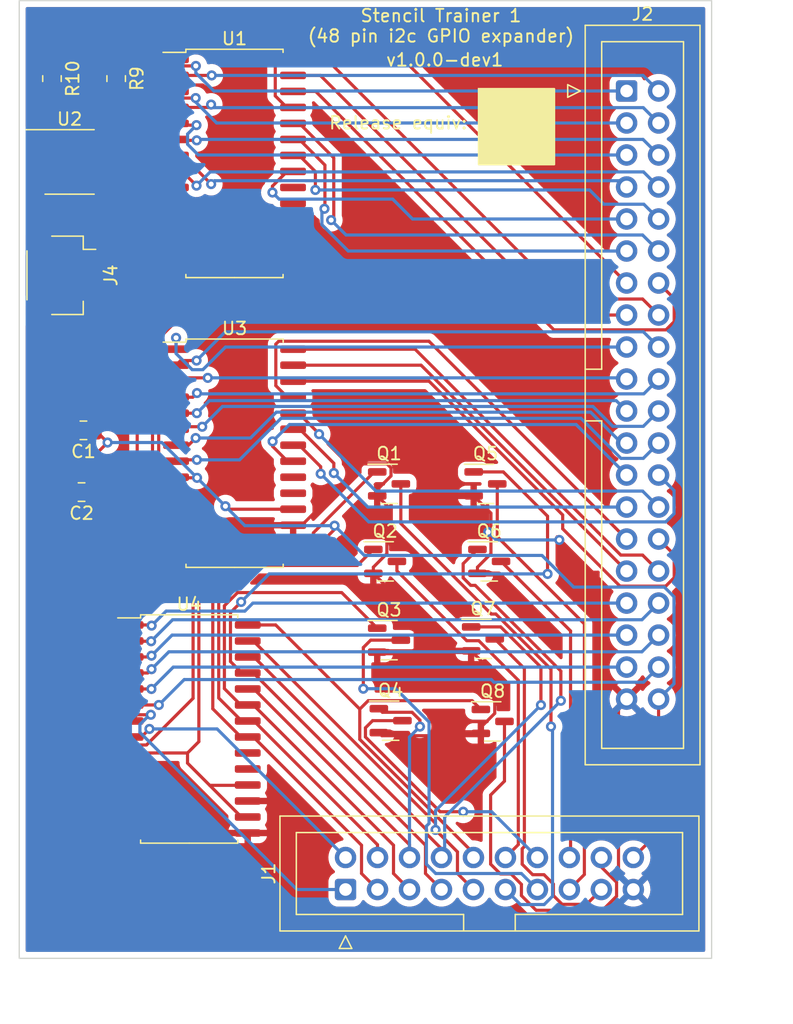
<source format=kicad_pcb>
(kicad_pcb (version 20211014) (generator pcbnew)

  (general
    (thickness 1.6)
  )

  (paper "A4")
  (title_block
    (title "Stencil Trainer 1 (48 pin i2c GPIO expander)")
    (date "2023-01-15")
    (rev "v1.0.0-dev1")
  )

  (layers
    (0 "F.Cu" signal)
    (31 "B.Cu" signal)
    (32 "B.Adhes" user "B.Adhesive")
    (33 "F.Adhes" user "F.Adhesive")
    (34 "B.Paste" user)
    (35 "F.Paste" user)
    (36 "B.SilkS" user "B.Silkscreen")
    (37 "F.SilkS" user "F.Silkscreen")
    (38 "B.Mask" user)
    (39 "F.Mask" user)
    (40 "Dwgs.User" user "User.Drawings")
    (41 "Cmts.User" user "User.Comments")
    (42 "Eco1.User" user "User.Eco1")
    (43 "Eco2.User" user "User.Eco2")
    (44 "Edge.Cuts" user)
    (45 "Margin" user)
    (46 "B.CrtYd" user "B.Courtyard")
    (47 "F.CrtYd" user "F.Courtyard")
    (48 "B.Fab" user)
    (49 "F.Fab" user)
    (50 "User.1" user)
    (51 "User.2" user)
    (52 "User.3" user)
    (53 "User.4" user)
    (54 "User.5" user)
    (55 "User.6" user)
    (56 "User.7" user)
    (57 "User.8" user)
    (58 "User.9" user)
  )

  (setup
    (stackup
      (layer "F.SilkS" (type "Top Silk Screen"))
      (layer "F.Paste" (type "Top Solder Paste"))
      (layer "F.Mask" (type "Top Solder Mask") (thickness 0.01))
      (layer "F.Cu" (type "copper") (thickness 0.035))
      (layer "dielectric 1" (type "core") (thickness 1.51) (material "FR4") (epsilon_r 4.5) (loss_tangent 0.02))
      (layer "B.Cu" (type "copper") (thickness 0.035))
      (layer "B.Mask" (type "Bottom Solder Mask") (thickness 0.01))
      (layer "B.Paste" (type "Bottom Solder Paste"))
      (layer "B.SilkS" (type "Bottom Silk Screen"))
      (copper_finish "None")
      (dielectric_constraints no)
    )
    (pad_to_mask_clearance 0)
    (pcbplotparams
      (layerselection 0x00010fc_ffffffff)
      (disableapertmacros false)
      (usegerberextensions false)
      (usegerberattributes true)
      (usegerberadvancedattributes true)
      (creategerberjobfile true)
      (svguseinch false)
      (svgprecision 6)
      (excludeedgelayer true)
      (plotframeref false)
      (viasonmask false)
      (mode 1)
      (useauxorigin false)
      (hpglpennumber 1)
      (hpglpenspeed 20)
      (hpglpendiameter 15.000000)
      (dxfpolygonmode true)
      (dxfimperialunits true)
      (dxfusepcbnewfont true)
      (psnegative false)
      (psa4output false)
      (plotreference true)
      (plotvalue true)
      (plotinvisibletext false)
      (sketchpadsonfab false)
      (subtractmaskfromsilk false)
      (outputformat 1)
      (mirror false)
      (drillshape 0)
      (scaleselection 1)
      (outputdirectory "gerbers")
    )
  )

  (net 0 "")
  (net 1 "Net-(J4-Pad1)")
  (net 2 "Net-(J4-Pad2)")
  (net 3 "Net-(J4-Pad3)")
  (net 4 "GND")
  (net 5 "/IO_1")
  (net 6 "/IO_2")
  (net 7 "/IO_3")
  (net 8 "/IO_4")
  (net 9 "/IO_5")
  (net 10 "/IO_6")
  (net 11 "/IO_7")
  (net 12 "/IO_8")
  (net 13 "VCC")
  (net 14 "unconnected-(U1-Pad11)")
  (net 15 "/SCK")
  (net 16 "/SDA")
  (net 17 "unconnected-(U1-Pad14)")
  (net 18 "unconnected-(U1-Pad19)")
  (net 19 "unconnected-(U1-Pad20)")
  (net 20 "/IO_9")
  (net 21 "/IO_10")
  (net 22 "/IO_11")
  (net 23 "/IO_12")
  (net 24 "/IO_13")
  (net 25 "/IO_14")
  (net 26 "/IO_15")
  (net 27 "/IO_16")
  (net 28 "/IO_17")
  (net 29 "/IO_18")
  (net 30 "/IO_19")
  (net 31 "/IO_20")
  (net 32 "/IO_21")
  (net 33 "/IO_22")
  (net 34 "/IO_23")
  (net 35 "/IO_24")
  (net 36 "unconnected-(U3-Pad11)")
  (net 37 "unconnected-(U3-Pad14)")
  (net 38 "unconnected-(U3-Pad19)")
  (net 39 "unconnected-(U3-Pad20)")
  (net 40 "/IO_25")
  (net 41 "/IO_26")
  (net 42 "/IO_27")
  (net 43 "/IO_28")
  (net 44 "/IO_29")
  (net 45 "/IO_30")
  (net 46 "/IO_31")
  (net 47 "/IO_32")
  (net 48 "/IO_33")
  (net 49 "/IO_34")
  (net 50 "/IO_35")
  (net 51 "/IO_36")
  (net 52 "/IO_37")
  (net 53 "/IO_38")
  (net 54 "/IO_39")
  (net 55 "/IO_40")
  (net 56 "unconnected-(U4-Pad11)")
  (net 57 "unconnected-(U4-Pad14)")
  (net 58 "unconnected-(U4-Pad19)")
  (net 59 "unconnected-(U4-Pad20)")
  (net 60 "/IO_41")
  (net 61 "/IO_42")
  (net 62 "/IO_43")
  (net 63 "/IO_44")
  (net 64 "/IO_45")
  (net 65 "/IO_46")
  (net 66 "/IO_47")
  (net 67 "/IO_48")
  (net 68 "/IO_41_OC")
  (net 69 "/IO_43_OC")
  (net 70 "/IO_45_OC")
  (net 71 "/IO_47_OC")
  (net 72 "/IO_42_OC")
  (net 73 "/IO_44_OC")
  (net 74 "/IO_46_OC")
  (net 75 "/IO_48_OC")

  (footprint "Package_TO_SOT_SMD:SOT-23" (layer "F.Cu") (at 62.5025 154.14))

  (footprint "Capacitor_SMD:C_0805_2012Metric" (layer "F.Cu") (at 38.1 131.1 180))

  (footprint "Package_TO_SOT_SMD:SOT-23" (layer "F.Cu") (at 70.6075 154.2))

  (footprint "Package_TO_SOT_SMD:SOT-23" (layer "F.Cu") (at 62.065 141.5))

  (footprint "Package_TO_SOT_SMD:SOT-23" (layer "F.Cu") (at 62.375 147.75))

  (footprint "Package_SO:SOIC-28W_7.5x17.9mm_P1.27mm" (layer "F.Cu") (at 50.0975 109.92))

  (footprint "Resistor_SMD:R_0805_2012Metric" (layer "F.Cu") (at 40.7 103.1875 -90))

  (footprint "Resistor_SMD:R_0805_2012Metric" (layer "F.Cu") (at 35.6 103.1875 -90))

  (footprint "Package_SO:SO-8_3.9x4.9mm_P1.27mm" (layer "F.Cu") (at 37 109.8))

  (footprint "Package_TO_SOT_SMD:SOT-23" (layer "F.Cu") (at 70.035 135.35))

  (footprint "Package_SO:SOIC-28W_7.5x17.9mm_P1.27mm" (layer "F.Cu") (at 50.1075 132.915))

  (footprint "Package_TO_SOT_SMD:SOT-23" (layer "F.Cu") (at 70.335 141.5))

  (footprint "Connector_IDC:IDC-Header_2x20_P2.54mm_Vertical" (layer "F.Cu") (at 81.2475 104.17))

  (footprint "Package_TO_SOT_SMD:SOT-23" (layer "F.Cu") (at 69.835 147.65))

  (footprint "Connector_JST:JST_SH_SM04B-SRSS-TB_1x04-1MP_P1.00mm_Horizontal" (layer "F.Cu") (at 36.3 118.8 -90))

  (footprint "Package_TO_SOT_SMD:SOT-23" (layer "F.Cu") (at 62.375 135.35))

  (footprint "Package_SO:SOIC-28W_7.5x17.9mm_P1.27mm" (layer "F.Cu") (at 46.5 154.8))

  (footprint "Connector_IDC:IDC-Header_2x10_P2.54mm_Vertical" (layer "F.Cu") (at 58.92 167.54 90))

  (footprint "Capacitor_SMD:C_0805_2012Metric" (layer "F.Cu") (at 37.95 136 180))

  (gr_rect (start 69.5 104) (end 75.5 110) (layer "F.SilkS") (width 0.15) (fill solid) (tstamp 0929ceda-a80b-43bf-8078-478ecbde7a2d))
  (gr_rect (start 88 97) (end 33 173) (layer "Edge.Cuts") (width 0.1) (fill none) (tstamp 0cc2535e-8a02-4c75-961d-48271d454d3c))
  (gr_text "${REVISION}" (at 66.8 101.7) (layer "F.SilkS") (tstamp 23450071-b5a8-4c53-9d13-2f8054aa9989)
    (effects (font (size 1 1) (thickness 0.15)))
  )
  (gr_text "Stencil Trainer 1\n(48 pin i2c GPIO expander)" (at 66.5 99) (layer "F.SilkS") (tstamp 52f70420-32e4-4ddf-9051-0176e9e7b4a8)
    (effects (font (size 1 1) (thickness 0.15)))
  )
  (gr_text "Release equiv:" (at 63.1 106.7) (layer "F.SilkS") (tstamp 896a930b-dcd8-4827-b45e-b6c82d9d3b90)
    (effects (font (size 1 1) (thickness 0.15)))
  )

  (segment (start 35.8891 111.7567) (end 36.553 112.4206) (width 0.25) (layer "F.Cu") (net 1) (tstamp 24f94b95-a801-4b81-8dd2-df89618dc26f))
  (segment (start 34.7369 110.435) (end 35.8891 111.5872) (width 0.25) (layer "F.Cu") (net 1) (tstamp 2a9b5891-93bf-4645-8268-7198d1a030ed))
  (segment (start 36.553 112.8459) (end 38.3 114.5929) (width 0.25) (layer "F.Cu") (net 1) (tstamp 3be551e8-e0d2-4b63-ba7c-4b685d3e81fc))
  (segment (start 36.553 112.4206) (end 36.553 112.8459) (width 0.25) (layer "F.Cu") (net 1) (tstamp 45c3872e-3e62-49be-a5c5-d0483aca19cb))
  (segment (start 38.3 114.5929) (end 38.3 117.3) (width 0.25) (layer "F.Cu") (net 1) (tstamp 75956765-bdc1-43df-bad5-db0212ff6e8a))
  (segment (start 35.8891 111.5872) (end 35.8891 111.7567) (width 0.25) (layer "F.Cu") (net 1) (tstamp 7694e8ff-8a4d-475f-bed4-bf226d477e74))
  (segment (start 36.6476 117.1659) (end 36.6476 113.9276) (width 0.25) (layer "F.Cu") (net 2) (tstamp 0f4ad965-92bb-47a6-8811-c6521b35b540))
  (segment (start 36.6476 113.9276) (end 34.425 111.705) (width 0.25) (layer "F.Cu") (net 2) (tstamp 1cdbe857-b62a-4051-84ed-8c7380f55d78))
  (segment (start 37.7817 118.3) (end 36.6476 117.1659) (width 0.25) (layer "F.Cu") (net 2) (tstamp b33f44cf-1205-4896-89b6-c4b114b9d903))
  (segment (start 37.0033 111.4651) (end 37.0033 112.6593) (width 0.25) (layer "F.Cu") (net 3) (tstamp 34f92cc2-19c9-4971-b633-a10be58e7165))
  (segment (start 39.4396 118.7109) (end 38.8505 119.3) (width 0.25) (layer "F.Cu") (net 3) (tstamp 65f509a7-b33e-4919-8fef-4f9848af9715))
  (segment (start 34.7032 109.165) (end 37.0033 111.4651) (width 0.25) (layer "F.Cu") (net 3) (tstamp 724d1a6a-ba2c-42bf-979b-545e1245589e))
  (segment (start 37.0033 112.6593) (end 39.0206 114.6766) (width 0.25) (layer "F.Cu") (net 3) (tstamp abd5c69e-2a5d-441d-82f3-9d3836234da7))
  (segment (start 39.4396 114.6766) (end 39.4396 118.7109) (width 0.25) (layer "F.Cu") (net 3) (tstamp d76d68e1-08b5-4c20-9186-59eab346488b))
  (segment (start 39.0206 114.6766) (end 39.4396 114.6766) (width 0.25) (layer "F.Cu") (net 3) (tstamp ee5ed92e-911e-4d93-a375-75a5daa07240))
  (segment (start 80.6022 153.0753) (end 80.6022 166.3622) (width 0.25) (layer "F.Cu") (net 4) (tstamp 073c608a-21cc-4279-b008-8d8f79f57c41))
  (segment (start 54.7575 138.63) (end 54.7575 139.9) (width 0.25) (layer "F.Cu") (net 4) (tstamp 083857ef-eb5e-42a7-ba79-f47b8b72a0b9))
  (segment (start 61.81 155.335) (end 69.485 155.335) (width 0.25) (layer "F.Cu") (net 4) (tstamp 0bff5245-8e33-47e4-aece-353d2112bfd3))
  (segment (start 70.7722 150.4747) (end 70.7722 153.5603) (width 0.25) (layer "F.Cu") (net 4) (tstamp 0d883507-ebac-4037-a50b-7d048d2ec3c4))
  (segment (start 34.7334 107.895) (end 36.4648 109.6264) (width 0.25) (layer "F.Cu") (net 4) (tstamp 0f21fc58-01e3-4575-b74d-e50f718430ae))
  (segment (start 36.4648 110.2633) (end 37.4536 111.2521) (width 0.25) (layer "F.Cu") (net 4) (tstamp 12cc4578-d141-410b-9d69-022360f26a24))
  (segment (start 62.2052 140.8848) (end 61.1275 141.9625) (width 0.25) (layer "F.Cu") (net 4) (tstamp 14ab3fde-6381-4be3-be6b-366e33a75c20))
  (segment (start 78.9809 150.1634) (end 81.2475 152.43) (width 0.25) (layer "F.Cu") (net 4) (tstamp 1d31d0c7-dcbe-4474-aa83-471ba9311831))
  (segment (start 69.3975 141.9625) (end 69.3975 142.45) (width 0.25) (layer "F.Cu") (net 4) (tstamp 3f0f32a2-78cd-4b56-afbc-08e42140658d))
  (segment (start 37.4536 112.4727) (end 39.2072 114.2263) (width 0.25) (layer "F.Cu") (net 4) (tstamp 3f9d404a-2cec-435f-82c0-bf5cbc957840))
  (segment (start 39.7123 114.0944) (end 39.9088 114.291) (width 0.25) (layer "F.Cu") (net 4) (tstamp 3fd4e953-ab95-4a60-9ef8-533a7d88a9ad))
  (segment (start 69.0975 136.3) (end 70.4694 137.6719) (width 0.25) (layer "F.Cu") (net 4) (tstamp 483d36c9-12e5-4e82-9213-45a4b05a52d7))
  (segment (start 78.9809 142.3619) (end 78.4619 142.3619) (width 0.25) (layer "F.Cu") (net 4) (tstamp 4895e2e0-4ccf-4d65-9147-5f419eaafbea))
  (segment (start 54.7475 118.175) (end 52.4004 120.5221) (width 0.25) (layer "F.Cu") (net 4) (tstamp 4cbb93ce-7abb-4ddd-9e7f-daaf5dc60506))
  (segment (start 64.4524 145.7749) (end 61.1275 142.45) (width 0.25) (layer "F.Cu") (net 4) (tstamp 4e442e17-da33-4323-a10d-a528844e3e7b))
  (segment (start 70.7722 153.5603) (end 69.67 154.6625) (width 0.25) (layer "F.Cu") (net 4) (tstamp 51f856d3-5ba5-4d3e-a2cc-cc9504bec50a))
  (segment (start 61.1275 141.9625) (end 61.1275 142.45) (width 0.25) (layer "F.Cu") (net 4) (tstamp 53eaeae8-3599-4d0a-ad9b-15240857306b))
  (segment (start 78.9809 142.3619) (end 78.9809 150.1634) (width 0.25) (layer "F.Cu") (net 4) (tstamp 541f02e7-567c-4f87-8c79-c7bf313caad2))
  (segment (start 39.2072 114.2263) (end 39.5804 114.2263) (width 0.25) (layer "F.Cu") (net 4) (tstamp 56c76e19-1fa7-438c-964b-463d12563ae6))
  (segment (start 81.2475 152.43) (end 80.6022 153.0753) (width 0.25) (layer "F.Cu") (net 4) (tstamp 5f6c67d8-54a8-4067-93a5-eb1d35582b6f))
  (segment (start 54.7475 116.905) (end 54.7475 118.175) (width 0.25) (layer "F.Cu") (net 4) (tstamp 63ec38f4-60c2-42eb-bc25-f4bc488fd64c))
  (segment (start 61.565 155.09) (end 61.81 155.335) (width 0.25) (layer "F.Cu") (net 4) (tstamp 654f4ffe-1267-4bbe-9e49-dfe7a71c62ac))
  (segment (start 64.4524 148.6) (end 64.4524 145.7749) (width 0.25) (layer "F.Cu") (net 4) (tstamp 6673d2e4-fdf4-4638-b4b3-6984f812adac))
  (segment (start 62.5308 134.7192) (end 61.4375 135.8125) (width 0.25) (layer "F.Cu") (net 4) (tstamp 6e888b0a-a66a-4846-943e-55e86b6b0a1f))
  (segment (start 68.8975 148.6) (end 64.4524 148.6) (width 0.25) (layer "F.Cu") (net 4) (tstamp 8167fc6e-9a16-401e-a99d-6cf0b0ccd3dc))
  (segment (start 69.67 154.6625) (end 69.67 155.15) (width 0.25) (layer "F.Cu") (net 4) (tstamp 8b4b3d0e-7eb0-4255-af43-0fbb6aca7c9c))
  (segment (start 62.5308 134.0768) (end 62.5308 134.7192) (width 0.25) (layer "F.Cu") (net 4) (tstamp 8ba817f1-3dce-4958-8eb2-e47ccbf0198d))
  (segment (start 70.4694 140.8906) (end 69.3975 141.9625) (width 0.25) (layer "F.Cu") (net 4) (tstamp 8e6d29c2-a20c-42ef-bea9-a28e7800ab06))
  (segment (start 39.5804 114.2263) (end 39.7123 114.0944) (width 0.25) (layer "F.Cu") (net 4) (tstamp 9150bd95-808d-45f0-8b3f-bb811477a659))
  (segment (start 80.6022 166.3622) (end 81.78 167.54) (width 0.25) (layer "F.Cu") (net 4) (tstamp 977262b1-109b-46af-85c0-608fd5184736))
  (segment (start 62.2052 137.0677) (end 62.2052 140.8848) (width 0.25) (layer "F.Cu") (net 4) (tstamp 996e1ccf-7367-488b-87ca-691a0ab7d74c))
  (segment (start 68.8975 148.6) (end 70.7722 150.4747) (width 0.25) (layer "F.Cu") (net 4) (tstamp b804e13c-4517-4610-986c-91c2723a788c))
  (segment (start 61.4375 135.8125) (end 61.4375 136.3) (width 0.25) (layer "F.Cu") (net 4) (tstamp c608458a-c0ea-480e-a88f-ec442c653522))
  (segment (start 55.4473 138.63) (end 60.3164 133.7609) (width 0.25) (layer "F.Cu") (net 4) (tstamp c76c9c28-07ec-4762-bad4-9f6bd47219f3))
  (segment (start 70.4694 137.6719) (end 70.4694 140.8906) (width 0.25) (layer "F.Cu") (net 4) (tstamp cccf1715-7ba1-4030-89d2-27b91d8d3ae3))
  (segment (start 36.4648 109.6264) (end 36.4648 110.2633) (width 0.25) (layer "F.Cu") (net 4) (tstamp d8d3bcc7-b9c3-4e8b-9f7e-27dfeb9bc05d))
  (segment (start 37.4536 111.2521) (end 37.4536 112.4727) (width 0.25) (layer "F.Cu") (net 4) (tstamp db76996b-5d85-489c-8038-864486ca0fd6))
  (segment (start 39.9088 119.1695) (end 38.7783 120.3) (width 0.25) (layer "F.Cu") (net 4) (tstamp ddba3142-3ccb-4bce-8e9c-2956710cd281))
  (segment (start 62.2149 133.7609) (end 60.3164 133.7609) (width 0.25) (layer "F.Cu") (net 4) (tstamp df4445fb-b9cf-4d9a-825e-cf88a575d85c))
  (segment (start 39.9088 114.291) (end 39.9088 119.1695) (width 0.25) (layer "F.Cu") (net 4) (tstamp df540218-a567-4430-9985-e68fa79942bc))
  (segment (start 54.7475 115.635) (end 54.7475 116.905) (width 0.25) (layer "F.Cu") (net 4) (tstamp eb04a9ad-128a-4457-87ce-8bffca5c2bc4))
  (segment (start 78.4619 142.3619) (end 75.9 139.8) (width 0.25) (layer "F.Cu") (net 4) (tstamp f60d47d1-e197-41d2-b910-ff111da4f27d))
  (segment (start 61.4375 136.3) (end 62.2052 137.0677) (width 0.25) (layer "F.Cu") (net 4) (tstamp fa72302c-8f26-4c3f-bf09-3b1533d947b4))
  (segment (start 69.485 155.335) (end 69.67 155.15) (width 0.25) (layer "F.Cu") (net 4) (tstamp fc1588a7-35b7-4604-89cf-4e46d4215254))
  (segment (start 62.2149 133.7609) (end 62.5308 134.0768) (width 0.25) (layer "F.Cu") (net 4) (tstamp fcf2b9a6-a3b4-4e93-a85f-62f84d957d33))
  (segment (start 64.4524 148.6) (end 61.5375 148.6) (width 0.25) (layer "F.Cu") (net 4) (tstamp fdd11a8b-9ca1-42a5-9360-c6d64e62bae5))
  (via (at 75.9 139.8) (size 0.8) (drill 0.4) (layers "F.Cu" "B.Cu") (net 4) (tstamp a818946a-bae8-4c6f-a9b0-2b9600af4b36))
  (via (at 70.248 139.1694) (size 0.8) (drill 0.4) (layers "F.Cu" "B.Cu") (net 4) (tstamp ec090362-a869-4897-af8e-1b58ed074342))
  (segment (start 75.9 139.8) (end 70.8786 139.8) (width 0.25) (layer "B.Cu") (net 4) (tstamp 6a93612d-84da-4ad2-9aa7-a0329b53b40c))
  (segment (start 70.8786 139.8) (end 70.248 139.1694) (width 0.25) (layer "B.Cu") (net 4) (tstamp e7134c73-3657-49f6-9b3e-71aa35152f80))
  (segment (start 45.9634 102.1809) (end 47.0288 102.1809) (width 0.25) (layer "F.Cu") (net 5) (tstamp 2408d21b-cfa7-41a6-a7ba-d31a12871aec))
  (segment (start 45.4475 101.665) (end 45.9634 102.1809) (width 0.25) (layer "F.Cu") (net 5) (tstamp e0fcd51e-2fe5-4482-ad64-9ab00a10bc95))
  (via (at 47.0288 102.1809) (size 0.8) (drill 0.4) (layers "F.Cu" "B.Cu") (net 5) (tstamp ac2cbd0c-f8ae-43c1-b150-cc1c33bc2325))
  (segment (start 48.4589 104.17) (end 47.0288 102.7399) (width 0.25) (layer "B.Cu") (net 5) (tstamp 0937ac4d-be6c-40aa-a717-2b222756d9d6))
  (segment (start 81.2475 104.17) (end 48.4589 104.17) (width 0.25) (layer "B.Cu") (net 5) (tstamp 1266fa55-e68e-4c18-8b88-dad5e9c1591f))
  (segment (start 47.0288 102.7399) (end 47.0288 102.1809) (width 0.25) (layer "B.Cu") (net 5) (tstamp ce6491ce-f4e8-41cd-bb22-3d94e66b5ab7))
  (segment (start 48.2877 102.935) (end 45.4475 102.935) (width 0.25) (layer "F.Cu") (net 6) (tstamp e9a17e69-e9ae-4f0d-a4c2-5e6a609433ee))
  (via (at 48.2877 102.935) (size 0.8) (drill 0.4) (layers "F.Cu" "B.Cu") (net 6) (tstamp f3a2219b-c8d4-4520-a08d-7df444be2454))
  (segment (start 83.7875 104.17) (end 82.5525 102.935) (width 0.25) (layer "B.Cu") (net 6) (tstamp 3ba121b8-4708-4add-b5ea-309abd0d4b12))
  (segment (start 82.5525 102.935) (end 48.2877 102.935) (width 0.25) (layer "B.Cu") (net 6) (tstamp 6155665e-efc6-4a41-bbf4-5825a28cde65))
  (segment (start 45.4475 104.205) (end 45.9738 104.7313) (width 0.25) (layer "F.Cu") (net 7) (tstamp 2272e5b4-8bd6-4cee-91e4-e44ff1fcfe91))
  (segment (start 45.9738 104.7313) (end 47.0136 104.7313) (width 0.25) (layer "F.Cu") (net 7) (tstamp f64df7ed-28e4-4faa-9e4d-259bf73a2513))
  (via (at 47.0136 104.7313) (size 0.8) (drill 0.4) (layers "F.Cu" "B.Cu") (net 7) (tstamp 3c859a52-6191-41e4-8f27-b1fb643ceda4))
  (segment (start 47.0136 105.047) (end 47.0136 104.7313) (width 0.25) (layer "B.Cu") (net 7) (tstamp 485893cc-2822-4ec3-9ff2-5cd3ba8b1aa6))
  (segment (start 48.6766 106.71) (end 47.0136 105.047) (width 0.25) (layer "B.Cu") (net 7) (tstamp c047e0ac-014e-453e-b520-a316600161b4))
  (segment (start 81.2475 106.71) (end 48.6766 106.71) (width 0.25) (layer "B.Cu") (net 7) (tstamp c9407bfb-8e89-47f9-87c2-0d425738944d))
  (segment (start 48.0123 105.475) (end 45.4475 105.475) (width 0.25) (layer "F.Cu") (net 8) (tstamp 3300aefe-8c75-448e-abc6-55b4c7590ece))
  (segment (start 48.2398 105.2475) (end 48.0123 105.475) (width 0.25) (layer "F.Cu") (net 8) (tstamp af47837f-a741-4371-a22a-a7f87c6e1fca))
  (via (at 48.2398 105.2475) (size 0.8) (drill 0.4) (layers "F.Cu" "B.Cu") (net 8) (tstamp 1e11308d-1204-4ad5-bb62-fd865e53e07b))
  (segment (start 83.7875 106.71) (end 82.5708 105.4933) (width 0.25) (layer "B.Cu") (net 8) (tstamp 466b1bf6-3c03-4587-be54-9f06209f5223))
  (segment (start 82.5708 105.4933) (end 48.4856 105.4933) (width 0.25) (layer "B.Cu") (net 8) (tstamp 915c5104-92e5-43b3-b238-0aad40639c08))
  (segment (start 48.4856 105.4933) (end 48.2398 105.2475) (width 0.25) (layer "B.Cu") (net 8) (tstamp e89a5337-20e0-4aa9-9cda-85f732eec350))
  (segment (start 47.0784 106.8801) (end 45.5826 106.8801) (width 0.25) (layer "F.Cu") (net 9) (tstamp a6efb266-0497-4fc8-b802-31758fc8df1d))
  (via (at 47.0784 106.8801) (size 0.8) (drill 0.4) (layers "F.Cu" "B.Cu") (net 9) (tstamp d8b898b5-5833-4954-a8cb-a9742809082c))
  (segment (start 46.3725 108.399) (end 46.3725 107.586) (width 0.25) (layer "B.Cu") (net 9) (tstamp 0bc1d441-207b-4235-b779-2895d4825203))
  (segment (start 47.2235 109.25) (end 46.3725 108.399) (width 0.25) (layer "B.Cu") (net 9) (tstamp 7c3c5d66-e14e-458f-b0bc-c6441f34b2f6))
  (segment (start 81.2475 109.25) (end 47.2235 109.25) (width 0.25) (layer "B.Cu") (net 9) (tstamp a9f169f0-1c9a-4104-9bd1-5e5e794a443e))
  (segment (start 46.3725 107.586) (end 47.0784 106.8801) (width 0.25) (layer "B.Cu") (net 9) (tstamp b525d7af-4387-4100-9065-c8efe9de6a40))
  (segment (start 47.0979 108.0884) (end 45.5209 108.0884) (width 0.25) (layer "F.Cu") (net 10) (tstamp f732bf83-dbec-4c74-a567-6acd7b831cea))
  (via (at 47.0979 108.0884) (size 0.8) (drill 0.4) (layers "F.Cu" "B.Cu") (net 10) (tstamp a536c932-4083-427c-8ddc-5bf42d9c66b7))
  (segment (start 82.5502 108.0127) (end 47.1736 108.0127) (width 0.25) (layer "B.Cu") (net 10) (tstamp 11d564e9-5ce3-4b03-8b6d-1d8ce282cef0))
  (segment (start 83.7875 109.25) (end 82.5502 108.0127) (width 0.25) (layer "B.Cu") (net 10) (tstamp 6fa96ec5-5240-4c6d-be6f-e6708d19fca9))
  (segment (start 47.1736 108.0127) (end 47.0979 108.0884) (width 0.25) (layer "B.Cu") (net 10) (tstamp fce89c7c-c298-4d3f-8a29-1d3ec21f4227))
  (segment (start 45.9696 109.285) (end 48.245 111.5604) (width 0.25) (layer "F.Cu") (net 11) (tstamp a205481a-3683-4cec-b04f-b3bf2be91c74))
  (via (at 48.245 111.5604) (size 0.8) (drill 0.4) (layers "F.Cu" "B.Cu") (net 11) (tstamp eca1a909-ce54-4bfd-b65a-700a6039c3ab))
  (segment (start 80.7485 111.291) (end 48.5144 111.291) (width 0.25) (layer "B.Cu") (net 11) (tstamp 1b066459-f2ef-49a9-a33f-1c98411a3adb))
  (segment (start 48.5144 111.291) (end 48.245 111.5604) (width 0.25) (layer "B.Cu") (net 11) (tstamp f17b6181-7272-4fba-b114-0e48c6f4bb05))
  (segment (start 47.0813 111.6809) (end 45.9554 110.555) (width 0.25) (layer "F.Cu") (net 12) (tstamp 13abb24b-7e42-46d5-b2c8-978c96d336a9))
  (via (at 47.0813 111.6809) (size 0.8) (drill 0.4) (layers "F.Cu" "B.Cu") (net 12) (tstamp 9fa9f92a-cd54-47cf-8d71-c98d379a1336))
  (segment (start 83.7875 111.79) (end 82.5901 110.5926) (width 0.25) (layer "B.Cu") (net 12) (tstamp 3a59dce8-5c4f-454e-9b8a-dd803101b6ab))
  (segment (start 48.1696 110.5926) (end 47.0813 111.6809) (width 0.25) (layer "B.Cu") (net 12) (tstamp cdd025d3-0455-4ec5-a2f3-3c6863822e4d))
  (segment (start 82.5901 110.5926) (end 48.1696 110.5926) (width 0.25) (layer "B.Cu") (net 12) (tstamp f03170fa-32d2-441c-80ca-89a47c35bb48))
  (segment (start 44.0788 123.8221) (end 47.3 120.6009) (width 0.25) (layer "F.Cu") (net 13) (tstamp 1ce874ba-0807-4224-97cc-525f101e74af))
  (segment (start 43.0146 104.887) (end 43.0146 109.8394) (width 0.25) (layer "F.Cu") (net 13) (tstamp 20d83155-d8ff-41d1-84de-5cc5becd651c))
  (segment (start 46.3679 156.705) (end 46.3679 157.5095) (width 0.25) (layer "F.Cu") (net 13) (tstamp 247b2dbe-ba49-47cf-a54e-86342441727e))
  (segment (start 35.6 102.275) (end 38.45 102.275) (width 0.25) (layer "F.Cu") (net 13) (tstamp 351f0def-f461-4e16-b278-4062e9f4b5c2))
  (segment (start 83.7875 162.9925) (end 83.7875 152.43) (width 0.25) (layer "F.Cu") (net 13) (tstamp 36c02418-363d-4034-8b71-eb29ca46461f))
  (segment (start 39.575 103.4) (end 40.5513 102.4237) (width 0.25) (layer "F.Cu") (net 13) (tstamp 46135ced-db74-47ac-bccc-a1d3891bd946))
  (segment (start 40.017 132.067) (end 38.9 133.184) (width 0.25) (layer "F.Cu") (net 13) (tstamp 475add7f-9fdd-4cae-aa03-b7c184443260))
  (segment (start 55.8344 141.17) (end 58.0488 138.9556) (width 0.25) (layer "F.Cu") (net 13) (tstamp 4bba8040-6044-451c-81b8-5e0c35d6c5ba))
  (segment (start 44.0785 113.4676) (end 44.0785 112.7467) (width 0.25) (layer "F.Cu") (net 13) (tstamp 52290fd7-1867-42be-a0d4-e49c9446d875))
  (segment (start 38.9 133.184) (end 38.9 136) (width 0.25) (layer "F.Cu") (net 13) (tstamp 52c980fa-b4d5-401b-acc2-20229cee2376))
  (segment (start 51.15 159.245) (end 51.1242 159.2708) (width 0.25) (layer "F.Cu") (net 13) (tstamp 575bb336-a718-4c15-a834-0bd7b79b3035))
  (segment (start 46.5725 136.725) (end 47.2685 137.421) (width 0.25) (layer "F.Cu") (net 13) (tstamp 6fc220e3-fc74-4dbc-ac87-c6493f4e899c))
  (segment (start 49.3778 137.1222) (end 49.6156 137.36) (width 0.25) (layer "F.Cu") (net 13) (tstamp 73d41679-7dc9-4cb4-9e94-bf0766f72d18))
  (segment (start 39.05 131.1) (end 40.017 132.067) (width 0.25) (layer "F.Cu") (net 13) (tstamp 77ceee45-1011-4cd8-9d62-79a4bc6b55a2))
  (segment (start 43.0146 109.8394) (end 45.0002 111.825) (width 0.25) (layer "F.Cu") (net 13) (tstamp 7821201e-7d0c-43d1-9316-31b00b226a02))
  (segment (start 49.6156 137.36) (end 54.7575 137.36) (width 0.25) (layer "F.Cu") (net 13) (tstamp 7cac0653-ed5f-4673-9649-8383da038a7f))
  (segment (start 46.3679 156.705) (end 41.85 156.705) (width 0.25) (layer "F.Cu") (net 13) (tstamp 81291b4b-7ab5-4da7-bab6-45be5064fd52))
  (segment (start 44.0788 135.6891) (end 44.0788 136.42) (width 0.25) (layer "F.Cu") (net 13) (tstamp 82210ac0-cd69-471e-84a0-1c48d08682ab))
  (segment (start 47.3 120.6009) (end 47.3 114.5151) (width 0.25) (layer "F.Cu") (net 13) (tstamp 87f33f80-ab14-45f9-837c-44a6ca2bafc3))
  (segment (start 54.7575 141.17) (end 55.8344 141.17) (width 0.25) (layer "F.Cu") (net 13) (tstamp 8b33c8fd-4ca5-4c6a-9988-c40073896c11))
  (segment (start 47.1243 134.8687) (end 45.5062 134.8687) (width 0.25) (layer "F.Cu") (net 13) (tstamp 9556f321-788a-444e-8e7a-28758b56badb))
  (segment (start 39.575 107.895) (end 39.575 103.4) (width 0.25) (layer "F.Cu") (net 13) (tstamp 9758f6ca-4a9e-41e0-8cf8-9162bc8ffe42))
  (segment (start 46.5149 113.73) (end 44.3409 113.73) (width 0.25) (layer "F.Cu") (net 13) (tstamp a22b908b-11c9-41e0-8117-92c7adbcb825))
  (segment (start 46.3679 157.5095) (end 48.1292 159.2708) (width 0.25) (layer "F.Cu") (net 13) (tstamp a5d03f9b-0eca-425d-ab7f-04b339d508bd))
  (segment (start 40.5513 102.4237) (end 43.0146 104.887) (width 0.25) (layer "F.Cu") (net 13) (tstamp af9d4f63-d1a0-41cb-abad-0b84da0447c1))
  (segment (start 81.78 165) (end 83.7875 162.9925) (width 0.25) (layer "F.Cu") (net 13) (tstamp b5a3214f-fb5e-4422-b910-86d06e0f9daa))
  (segment (start 44.3838 136.725) (end 46.5725 136.725) (width 0.25) (layer "F.Cu") (net 13) (tstamp bd00bbdd-ce05-4b02-bfdc-1885bd272901))
  (segment (start 54.5974 114.5151) (end 54.7475 114.365) (width 0.25) (layer "F.Cu") (net 13) (tstamp c1e815b8-c139-45d5-a39b-2200d036fa7e))
  (segment (start 44.9479 134.82) (end 44.0788 133.9509) (width 0.25) (layer "F.Cu") (net 13) (tstamp d04e8992-3802-4234-aeb3-53efd8bd93c6))
  (segment (start 47.3 114.5151) (end 54.5974 114.5151) (width 0.25) (layer "F.Cu") (net 13) (tstamp d0f7a600-000f-44cd-bfba-7dd3639110b9))
  (segment (start 44.0788 136.42) (end 44.3838 136.725) (width 0.25) (layer "F.Cu") (net 13) (tstamp d4c79f35-40c6-4b89-b2a8-2e348872a0d5))
  (segment (start 47.3 114.5151) (end 46.5149 113.73) (width 0.25) (layer "F.Cu") (net 13) (tstamp d74f27f9-df9c-4924-a39e-438ad7e8c52b))
  (segment (start 38.45 102.275) (end 39.575 103.4) (width 0.25) (layer "F.Cu") (net 13) (tstamp dce7a1d3-0b11-4f2d-946c-37cc34e417a9))
  (segment (start 44.0785 112.7467) (end 45.0002 111.825) (width 0.25) (layer "F.Cu") (net 13) (tstamp e16d0586-9354-4c8e-b7de-5a292183c3a1))
  (segment (start 48.1292 159.2708) (end 50.6434 161.785) (width 0.25) (layer "F.Cu") (net 13) (tstamp e58bc560-48d8-4070-a35b-decf39964488))
  (segment (start 44.9479 134.82) (end 44.0788 135.6891) (width 0.25) (layer "F.Cu") (net 13) (tstamp ebd17bfa-1b9d-4a04-9f90-c5558fc1f531))
  (segment (start 51.1242 159.2708) (end 48.1292 159.2708) (width 0.25) (layer "F.Cu") (net 13) (tstamp ed5d835c-855f-4809-a620-1eacbec43a54))
  (segment (start 47.2685 137.421) (end 47.2685 155.8044) (width 0.25) (layer "F.Cu") (net 13) (tstamp f545ff5f-1d8f-4ad2-b9ed-3e47fa223b60))
  (segment (start 58.0488 138.9556) (end 58.0488 138.6658) (width 0.25) (layer "F.Cu") (net 13) (tstamp f810a7b9-aaac-4323-9dce-7a409a5cb006))
  (segment (start 44.0788 133.9509) (end 44.0788 123.8221) (width 0.25) (layer "F.Cu") (net 13) (tstamp f96ea74a-4008-4e9d-bdd0-bfd6e5d65a4f))
  (segment (start 39.575 109.165) (end 39.575 107.895) (width 0.25) (layer "F.Cu") (net 13) (tstamp fb33fb1d-c18a-4eb3-9a68-ceca992799c0))
  (segment (start 44.3409 113.73) (end 44.0785 113.4676) (width 0.25) (layer "F.Cu") (net 13) (tstamp fbe951b2-db1b-46f5-ad7b-76e47b850e56))
  (segment (start 47.2685 155.8044) (end 46.3679 156.705) (width 0.25) (layer "F.Cu") (net 13) (tstamp fd3f6230-78b0-45ea-9da5-8011684aa59e))
  (via (at 58.0488 138.6658) (size 0.8) (drill 0.4) (layers "F.Cu" "B.Cu") (net 13) (tstamp 12850e84-bc1d-4bbe-b045-00d437614d98))
  (via (at 47.1243 134.8687) (size 0.8) (drill 0.4) (layers "F.Cu" "B.Cu") (net 13) (tstamp 213a45bc-39b1-42bc-a005-bbc3714fa541))
  (via (at 40.017 132.067) (size 0.8) (drill 0.4) (layers "F.Cu" "B.Cu") (net 13) (tstamp 7eb3166d-f587-46f2-990f-ba776d5692aa))
  (via (at 49.3778 137.1222) (size 0.8) (drill 0.4) (layers "F.Cu" "B.Cu") (net 13) (tstamp f551dff7-4d51-4d73-9537-7e289256ca40))
  (segment (start 84.2449 143.54) (end 85.0111 144.3062) (width 0.25) (layer "B.Cu") (net 13) (tstamp 065a9a6a-8228-491a-a39d-4d4fa63b6306))
  (segment (start 47.1243 134.8687) (end 44.3226 132.067) (width 0.25) (layer "B.Cu") (net 13) (tstamp 0e78737f-acc2-4d3c-bdd4-09e103075276))
  (segment (start 49.3778 137.1222) (end 50.9214 138.6658) (width 0.25) (layer "B.Cu") (net 13) (tstamp 390293b2-67f4-4109-a5f1-15c3959cd57d))
  (segment (start 77.0384 143.54) (end 84.2449 143.54) (width 0.25) (layer "B.Cu") (net 13) (tstamp 39a38e28-41f0-42f1-aed3-351fe4f3b1cf))
  (segment (start 44.3226 132.067) (end 40.017 132.067) (width 0.25) (layer "B.Cu") (net 13) (tstamp 3a8ec124-4d3f-4745-a05b-906b003013fa))
  (segment (start 50.9214 138.6658) (end 58.0488 138.6658) (width 0.25) (layer "B.Cu") (net 13) (tstamp 45a72564-527f-4f3b-94a3-31eebbe3b10c))
  (segment (start 74.5235 141.0251) (end 77.0384 143.54) (width 0.25) (layer "B.Cu") (net 13) (tstamp 61a752d4-2024-4e2c-86d1-afe4fcf4f48c))
  (segment (start 85.0111 151.2064) (end 83.7875 152.43) (width 0.25) (layer "B.Cu") (net 13) (tstamp 72b29914-e30c-42cc-9ff3-728775263db7))
  (segment (start 58.0488 138.6658) (end 60.4081 141.0251) (width 0.25) (layer "B.Cu") (net 13) (tstamp 808ae963-ec9b-4c16-8873-3da6331b967c))
  (segment (start 85.0111 144.3062) (end 85.0111 151.2064) (width 0.25) (layer "B.Cu") (net 13) (tstamp 8a23b0e1-f0b6-4544-a57e-11bc95df8efa))
  (segment (start 60.4081 141.0251) (end 74.5235 141.0251) (width 0.25) (layer "B.Cu") (net 13) (tstamp ac15620b-1e64-467e-8411-fdcb37e0db4d))
  (segment (start 47.1243 134.8687) (end 49.3778 137.1222) (width 0.25) (layer "B.Cu") (net 13) (tstamp e53d3eec-2c8c-4994-b1ea-dfee8da462f3))
  (segment (start 44.9761 138.63) (end 43.5874 137.2413) (width 0.25) (layer "F.Cu") (net 15) (tstamp 04385199-a38e-4e86-9f40-6bd2b5b731a9))
  (segment (start 43.5874 116.1151) (end 42.8201 116.1151) (width 0.25) (layer "F.Cu") (net 15) (tstamp 04bf8e68-e2c3-43a3-be1a-b2425d413b8f))
  (segment (start 37.904 109.7525) (end 38.3543 110.2028) (width 0.25) (layer "F.Cu") (net 15) (tstamp 141eebdf-f219-4866-9e2b-80e9b7ba0068))
  (segment (start 41.3077 160.515) (end 40.4972 159.7045) (width 0.25) (layer "F.Cu") (net 15) (tstamp 1c972e7d-8f62-4401-af65-27e6a7c2863f))
  (segment (start 45.4475 115.635) (end 44.9674 116.1151) (width 0.25) (layer "F.Cu") (net 15) (tstamp 28357f28-5a98-4c8d-9cbc-638487efe32e))
  (segment (start 38.3543 110.435) (end 39.575 110.435) (width 0.25) (layer "F.Cu") (net 15) (tstamp 2bb5be39-c0b2-4205-8d8b-6e21e0585534))
  (segment (start 36.9939 105.4939) (end 36.8621 105.6257) (width 0.25) (layer "F.Cu") (net 15) (tstamp 30d6bfab-2293-4d30-9673-8f1231b2006b))
  (segment (start 44.9674 116.1151) (end 43.5874 116.1151) (width 0.25) (layer "F.Cu") (net 15) (tstamp 3843e18f-a666-4c8d-9ab8-6f85f1c02f6b))
  (segment (start 36.8621 105.9989) (end 37.904 107.0408) (width 0.25) (layer "F.Cu") (net 15) (tstamp 581ad6f1-f2f6-42af-a603-1627de8aabe3))
  (segment (start 40.058 113.1664) (end 39.4211 113.1664) (width 0.25) (layer "F.Cu") (net 15) (tstamp 6bdd4b28-d4d0-430b-840d-bcdba21f69c9))
  (segment (start 37.904 107.0408) (end 37.904 109.7525) (width 0.25) (layer "F.Cu") (net 15) (tstamp 6d002f22-9753-469e-9947-97ffecbc1a8e))
  (segment (start 40.4972 159.7045) (end 40.4972 156.3041) (width 0.25) (layer "F.Cu") (net 15) (tstamp 796e2eba-bde1-43a1-bba3-c665d7a78f5b))
  (segment (start 42.8201 115.9285) (end 40.058 113.1664) (width 0.25) (layer "F.Cu") (net 15) (tstamp 89c32c60-8cb8-47ce-9851-0218e5c73d31))
  (segment (start 36.8621 105.6257) (end 36.8621 105.9989) (width 0.25) (layer "F.Cu") (net 15) (tstamp 8b2ee974-068b-4ffe-8e6c-f7e7816605a5))
  (segment (start 39.4211 113.1664) (end 38.3543 112.0996) (width 0.25) (layer "F.Cu") (net 15) (tstamp 8c643a33-ee12-41ce-8af0-3142888abdc5))
  (segment (start 40.7313 156.07) (end 43.106 156.07) (width 0.25) (layer "F.Cu") (net 15) (tstamp 9a764713-4f3c-45b3-8a76-3b4625076e23))
  (segment (start 42.8201 116.1151) (end 42.8201 115.9285) (width 0.25) (layer "F.Cu") (net 15) (tstamp a28238b8-3019-4886-b9a2-6bcff295f4ef))
  (segment (start 40.4972 156.3041) (end 40.7313 156.07) (width 0.25) (layer "F.Cu") (net 15) (tstamp b55538d5-7232-41d7-bd83-2dc7ac0b0dc9))
  (segment (start 38.3543 110.2028) (end 38.3543 110.435) (width 0.25) (layer "F.Cu") (net 15) (tstamp bb433400-7f79-4a1f-b631-c41f4d686d46))
  (segment (start 43.5874 137.2413) (end 43.5874 116.1151) (width 0.25) (layer "F.Cu") (net 15) (tstamp da5ea66f-e559-4055-a543-eee0c66ee65e))
  (segment (start 46.8085 139.539) (end 45.8995 138.63) (width 0.25) (layer "F.Cu") (net 15) (tstamp db5cbfb9-ba43-4952-afdd-36cb5de36a90))
  (segment (start 35.6 104.1) (end 36.9939 105.4939) (width 0.25) (layer "F.Cu") (net 15) (tstamp dd872e0c-20ef-445e-8cc0-b5fada255a09))
  (segment (start 43.106 156.07) (end 46.8085 152.3675) (width 0.25) (layer "F.Cu") (net 15) (tstamp dee49950-08f7-4871-875b-85ed7cee427d))
  (segment (start 46.8085 152.3675) (end 46.8085 139.539) (width 0.25) (layer "F.Cu") (net 15) (tstamp e79f3d81-2aff-426f-b127-3fd53451cc8d))
  (segment (start 38.3543 112.0996) (end 38.3543 110.435) (width 0.25) (layer "F.Cu") (net 15) (tstamp ea0f17f2-4c46-40ad-8480-fdd7f53f1a54))
  (segment (start 40.8122 109.8) (end 40.8122 111.4806) (width 0.25) (layer "F.Cu") (net 16) (tstamp 02f35903-96fc-4a62-bf98-02099c06d7d6))
  (segment (start 46.7985 116.0267) (end 45.9202 116.905) (width 0.25) (layer "F.Cu") (net 16) (tstamp 170580b1-38ab-49f5-966a-fe8a04e28673))
  (segment (start 44.3316 115) (end 46.5798 115) (width 0.25) (layer "F.Cu") (net 16) (tstamp 2463027a-0983-46ed-a124-c34b1a307750))
  (segment (start 34.9243 103.1875) (end 36.2212 103.1875) (width 0.25) (layer "F.Cu") (net 16) (tstamp 290e42e6-99b6-47d7-b166-e20b4af79924))
  (segment (start 36.2212 103.1875) (end 38.3543 105.3206) (width 0.25) (layer "F.Cu") (net 16) (tstamp 2e4608b9-6ecf-477a-943c-f27d32eabef6))
  (segment (start 46.5798 115) (end 46.7985 115.2187) (width 0.25) (layer "F.Cu") (net 16) (tstamp 34d9cd9d-ecd9-49f8-897e-eb31470c7eea))
  (segment (start 39.575 111.705) (end 40.5878 111.705) (width 0.25) (layer "F.Cu") (net 16) (tstamp 4079e552-33f8-49a5-9699-55b96bb3335c))
  (segment (start 42.3698 141.0889) (end 43.5587 139.9) (width 0.25) (layer "F.Cu") (net 16) (tstamp 47df3ef0-3f2f-48f9-80aa-5b627519d31b))
  (segment (start 42.3698 116.1151) (end 39.8716 113.6169) (width 0.25) (layer "F.Cu") (net 16) (tstamp 545f045c-2062-4a6a-a48c-b2792f34d50d))
  (segment (start 40.0469 143.4118) (end 42.3698 141.0889) (width 0.25) (layer "F.Cu") (net 16) (tstamp 5f5d410e-8c09-495c-8b27-ff6ef5d72953))
  (segment (start 46.7985 115.2187) (end 46.7985 116.0267) (width 0.25) (layer "F.Cu") (net 16) (tstamp 67042b7c-cbf6-49c0-9d8c-4650e27594e1))
  (segment (start 38.3543 109.5659) (end 38.5884 109.8) (width 0.25) (layer "F.Cu") (net 16) (tstamp 8551d5d6-bf57-4f49-a011-cd62e907c6ee))
  (segment (start 38.3543 105.3206) (end 38.3543 109.5659) (width 0.25) (layer "F.Cu") (net 16) (tstamp 860e7c3e-b741-4a8b-8859-5554638bb5d1))
  (segment (start 42.3698 141.0889) (end 42.3698 116.1151) (width 0.25) (layer "F.Cu") (net 16) (tstamp 8650ed75-3d9d-4d65-b8ec-fc30d3c1de9c))
  (segment (start 40.8122 111.4806) (end 44.3316 115) (width 0.25) (layer "F.Cu") (net 16) (tstamp 8669299e-7e76-4204-9a99-fb6b700664ce))
  (segment (start 37.4537 107.5937) (end 34.5634 104.7034) (width 0.25) (layer "F.Cu") (net 16) (tstamp 8de4355a-f1d2-4b8b-a396-d2e759b3d140))
  (segment (start 37.9039 112.2861) (end 37.9039 110.3893) (width 0.25) (layer "F.Cu") (net 16) (tstamp 9568d34b-fe05-4bda-a274-369935fcde92))
  (segment (start 40.5878 111.705) (end 40.8122 111.4806) (width 0.25) (layer "F.Cu") (net 16) (tstamp 978bcb08-fbcd-46a4-a1f7-4d70c4c7d502))
  (segment (start 43.5587 139.9) (end 45.4575 139.9) (width 0.25) (layer "F.Cu") (net 16) (tstamp 9e45c491-3521-421e-8365-6a68a170169e))
  (segment (start 41.3433 161.785) (end 40.0469 160.4886) (width 0.25) (layer "F.Cu") (net 16) (tstamp a6f5ea2d-a8f7-4234-b7a6-02de233e7793))
  (segment (start 38.5884 109.8) (end 40.8122 109.8) (width 0.25) (layer "F.Cu") (net 16) (tstamp b193c2a7-d85b-46d1-959a-0f077f2bedda))
  (segment (start 34.5634 104.7034) (end 34.5634 103.5484) (width 0.25) (layer "F.Cu") (net 16) (tstamp beb90f85-ebd6-41ff-a6b0-1931590e0643))
  (segment (start 34.5634 103.5484) (end 34.9243 103.1875) (width 0.25) (layer "F.Cu") (net 16) (tstamp c6b887ee-a7dd-470a-a2eb-f48625287708))
  (segment (start 37.4537 109.9391) (end 37.4537 107.5937) (width 0.25) (layer "F.Cu") (net 16) (tstamp c6d0cf44-830c-4ec8-9da2-c7705501dc62))
  (segment (start 40.0469 160.4886) (end 40.0469 143.4118) (width 0.25) (layer "F.Cu") (net 16) (tstamp d96ba72c-7489-4092-bd2d-3d2c693d4232))
  (segment (start 39.2347 113.6169) (end 37.9039 112.2861) (width 0.25) (layer "F.Cu") (net 16) (tstamp e9e1a998-520f-441e-8220-76dc1e12d866))
  (segment (start 37.9039 110.3893) (end 37.4537 109.9391) (width 0.25) (layer "F.Cu") (net 16) (tstamp eb6b8cd6-3787-4200-aaa2-2595791dd859))
  (segment (start 40.8122 104.2122) (end 40.8122 109.8) (width 0.25) (layer "F.Cu") (net 16) (tstamp ed34adb9-cad6-4e5f-9852-f644230e2536))
  (segment (start 39.8716 113.6169) (end 39.2347 113.6169) (width 0.25) (layer "F.Cu") (net 16) (tstamp fb000ff9-3144-4235-8d68-9506820deb50))
  (segment (start 53.1134 112.2244) (end 53.1134 111.7205) (width 0.25) (layer "F.Cu") (net 20) (tstamp 5fbd443d-01a7-48a0-8824-29e26d85499b))
  (segment (start 53.1134 111.7205) (end 54.2789 110.555) (width 0.25) (layer "F.Cu") (net 20) (tstamp fff67bb5-4a1b-49a6-aa94-7bcd8f1e74a8))
  (via (at 53.1134 112.2244) (size 0.8) (drill 0.4) (layers "F.Cu" "B.Cu") (net 20) (tstamp 30d5f64a-1518-4705-93b7-5f43e0777799))
  (segment (start 62.6634 112.7507) (end 53.6397 112.7507) (width 0.25) (layer "B.Cu") (net 20) (tstamp 11f39084-65b1-4116-b4cd-b69332aec9e8))
  (segment (start 81.2475 114.33) (end 64.2427 114.33) (width 0.25) (layer "B.Cu") (net 20) (tstamp b1621cf9-dbee-4ff5-a37f-4c896aa12569))
  (segment (start 53.6397 112.7507) (end 53.1134 112.2244) (width 0.25) (layer "B.Cu") (net 20) (tstamp d6c22f6e-777b-42c6-b367-26816e1c8a50))
  (segment (start 64.2427 114.33) (end 62.6634 112.7507) (width 0.25) (layer "B.Cu") (net 20) (tstamp eac67a79-341d-4851-b9e0-9068c9c9a42e))
  (segment (start 56.5237 112.0252) (end 56.5237 110.5658) (width 0.25) (layer "F.Cu") (net 21) (tstamp 0014deb3-4772-4093-bce0-151defce1112))
  (segment (start 56.5237 110.5658) (end 55.2429 109.285) (width 0.25) (layer "F.Cu") (net 21) (tstamp 5d4c7171-f58f-48ed-92ca-397c8d807589))
  (via (at 56.5237 112.0252) (size 0.8) (drill 0.4) (layers "F.Cu" "B.Cu") (net 21) (tstamp d54cff86-9ea5-4e5b-91bd-097ab1c68fd5))
  (segment (start 82.6122 113.1547) (end 79.4354 113.1547) (width 0.25) (layer "B.Cu") (net 21) (tstamp 1a7ce1be-9d5a-465e-93cb-2556c0cb4ae8))
  (segment (start 83.7875 114.33) (end 82.6122 113.1547) (width 0.25) (layer "B.Cu") (net 21) (tstamp 21592b4a-d2f0-45d0-9823-24205d7c0b61))
  (segment (start 79.4354 113.1547) (end 78.3059 112.0252) (width 0.25) (layer "B.Cu") (net 21) (tstamp 39e56f99-85e4-45c2-a939-a9e2ab393dbd))
  (segment (start 78.3059 112.0252) (end 56.5237 112.0252) (width 0.25) (layer "B.Cu") (net 21) (tstamp 483e8a09-2c16-4699-a1bb-7dfd8c1b61b2))
  (segment (start 57.2823 110.0507) (end 55.2466 108.015) (width 0.25) (layer "F.Cu") (net 22) (tstamp 5940c84c-f2dd-4bf6-9a48-07ac90429ebe))
  (segment (start 57.2443 113.5172) (end 57.2823 113.4792) (width 0.25) (layer "F.Cu") (net 22) (tstamp 5d21fcb2-dc59-4709-adaf-78b0c4f1d5ef))
  (segment (start 57.2823 113.4792) (end 57.2823 110.0507) (width 0.25) (layer "F.Cu") (net 22) (tstamp b0dd4fc7-da13-483c-bb90-427a76dd525e))
  (via (at 57.2443 113.5172) (size 0.8) (drill 0.4) (layers "F.Cu" "B.Cu") (net 22) (tstamp 77a34e2b-d1c5-4329-980e-87ce182539a8))
  (segment (start 81.2475 116.87) (end 59.134 116.87) (width 0.25) (layer "B.Cu") (net 22) (tstamp 51359a91-9d5d-46bb-9251-dcd21d2b540e))
  (segment (start 57.0434 113.7181) (end 57.2443 113.5172) (width 0.25) (layer "B.Cu") (net 22) (tstamp 63f20e8b-3374-4e53-82e4-0a109e219578))
  (segment (start 57.0434 114.7794) (end 57.0434 113.7181) (width 0.25) (layer "B.Cu") (net 22) (tstamp aa058a11-07c2-45cf-9bef-2687cea76259))
  (segment (start 59.134 116.87) (end 57.0434 114.7794) (width 0.25) (layer "B.Cu") (net 22) (tstamp fbad7cb8-6d0e-49ad-b734-27f68c9bb96c))
  (segment (start 57.9859 114.2052) (end 57.9859 109.4759) (width 0.25) (layer "F.Cu") (net 23) (tstamp 38dec9bd-eea2-464a-8a74-966e1dc1df41))
  (segment (start 57.9859 109.4759) (end 55.255 106.745) (width 0.25) (layer "F.Cu") (net 23) (tstamp ad9e083f-6603-4b5a-bbd9-8cd7ce568780))
  (segment (start 57.776 114.4151) (end 57.9859 114.2052) (width 0.25) (layer "F.Cu") (net 23) (tstamp fbd491ec-f518-4e9a-a97f-e6bfe2718aaf))
  (via (at 57.776 114.4151) (size 0.8) (drill 0.4) (layers "F.Cu" "B.Cu") (net 23) (tstamp c87a5c81-6b1c-4fed-9d43-d2952373497c))
  (segment (start 82.5175 115.6) (end 58.9609 115.6) (width 0.25) (layer "B.Cu") (net 23) (tstamp 0cf42137-cf40-4b1d-8fe9-9b8aaa6aa6a4))
  (segment (start 58.9609 115.6) (end 57.776 114.4151) (width 0.25) (layer "B.Cu") (net 23) (tstamp 4cb15b71-a5f9-472f-9fe1-50acf387889f))
  (segment (start 83.7875 116.87) (end 82.5175 115.6) (width 0.25) (layer "B.Cu") (net 23) (tstamp df5488f2-5992-4445-bc2d-8f70c5f1ba37))
  (segment (start 53.6889 101.0224) (end 53.3363 101.375) (width 0.25) (layer "F.Cu") (net 24) (tstamp 07b50499-7acd-4278-b3f1-f73db0aab17e))
  (segment (start 53.3363 101.375) (end 53.3363 104.5588) (width 0.25) (layer "F.Cu") (net 24) (tstamp 1d2a6c17-cfee-4e95-813b-e1d909296bc6))
  (segment (start 62.8599 101.0224) (end 53.6889 101.0224) (width 0.25) (layer "F.Cu") (net 24) (tstamp 6e0a8c12-4e78-4bba-a2ec-c34cfbeb2c94))
  (segment (start 81.2475 119.41) (end 62.8599 101.0224) (width 0.25) (layer "F.Cu") (net 24) (tstamp ee63cae0-88f0-4e53-aba5-1f95e006c52c))
  (segment (start 53.3363 104.5588) (end 54.2525 105.475) (width 0.25) (layer "F.Cu") (net 24) (tstamp ef3051bc-c1b8-480e-9a7c-b9af836e343a))
  (segment (start 56.5501 104.205) (end 54.7475 104.205) (width 0.25) (layer "F.Cu") (net 25) (tstamp 0e69817c-679f-4cd1-a5d2-e6b10146fd61))
  (segment (start 85.0263 120.6488) (end 85.0263 122.4736) (width 0.25) (layer "F.Cu") (net 25) (tstamp 112333ea-d5d0-471a-9f50-133f9e7f8b84))
  (segment (start 75.4718 123.1267) (end 56.5501 104.205) (width 0.25) (layer "F.Cu") (net 25) (tstamp 97aaa6b7-ea42-4e80-8f4d-2c03376d39c2))
  (segment (start 84.3732 123.1267) (end 75.4718 123.1267) (width 0.25) (layer "F.Cu") (net 25) (tstamp 9f9aec21-e8b5-424d-a4b9-99a4d09da96e))
  (segment (start 85.0263 122.4736) (end 84.3732 123.1267) (width 0.25) (layer "F.Cu") (net 25) (tstamp 9fc1cfc1-9e2c-48de-9135-56e45d626c81))
  (segment (start 83.7875 119.41) (end 85.0263 120.6488) (width 0.25) (layer "F.Cu") (net 25) (tstamp e109ef3f-59d3-44f3-8523-e7a214eb97a2))
  (segment (start 81.2475 121.95) (end 75.9325 121.95) (width 0.25) (layer "F.Cu") (net 26) (tstamp 2743f51c-98e1-4b15-879e-81913059e96b))
  (segment (start 56.9175 102.935) (end 54.7475 102.935) (width 0.25) (layer "F.Cu") (net 26) (tstamp 8b5f4a54-63bb-4c92-9538-561a26d40cee))
  (segment (start 75.9325 121.95) (end 56.9175 102.935) (width 0.25) (layer "F.Cu") (net 26) (tstamp cfe68aed-6f44-4d97-bdeb-2ba29cc26991))
  (segment (start 76.4369 120.68) (end 57.4219 101.665) (width 0.25) (layer "F.Cu") (net 27) (tstamp 1b3cc80c-43f2-4d64-aaf9-edc9e1066a3c))
  (segment (start 57.4219 101.665) (end 54.7475 101.665) (width 0.25) (layer "F.Cu") (net 27) (tstamp b0f7aa39-7e21-44c5-8e0e-9b6349f9d68b))
  (segment (start 82.5175 120.68) (end 76.4369 120.68) (width 0.25) (layer "F.Cu") (net 27) (tstamp b9a6447f-6dd1-4bc1-a3c1-c3227d07ad7a))
  (segment (start 83.7875 121.95) (end 82.5175 120.68) (width 0.25) (layer "F.Cu") (net 27) (tstamp d53f4357-002f-4c7c-a430-248f0368735d))
  (segment (start 45.4575 124.66) (end 45.4575 123.7586) (width 0.25) (layer "F.Cu") (net 28) (tstamp bd9ad37c-2dae-4516-93a7-f352f1793abd))
  (via (at 45.4575 123.7586) (size 0.8) (drill 0.4) (layers "F.Cu" "B.Cu") (net 28) (tstamp 2af7fdc3-f18e-4d19-93e2-3f1eecf13ff8))
  (segment (start 49.3832 124.49) (end 47.5844 126.2888) (width 0.25) (layer "B.Cu") (net 28) (tstamp 0884d173-4cd2-4634-9b66-54cdd8cd8542))
  (segment (start 47.5844 126.2888) (end 46.7418 126.2888) (width 0.25) (layer "B.Cu") (net 28) (tstamp 18d22f32-cfb4-44fb-86bb-ba142e78c768))
  (segment (start 81.2475 124.49) (end 49.3832 124.49) (width 0.25) (layer "B.Cu") (net 28) (tstamp 3350a7e0-a2e6-4cab-92ab-64181682e78d))
  (segment (start 46.7418 126.2888) (end 45.4575 125.0045) (width 0.25) (layer "B.Cu") (net 28) (tstamp d2ec9403-53ff-4ba0-9557-4e697a757521))
  (segment (start 45.4575 125.0045) (end 45.4575 123.7586) (width 0.25) (layer "B.Cu") (net 28) (tstamp eb9d3f60-3e08-4318-a856-b0edb2672777))
  (segment (start 47.0843 125.5634) (end 45.8241 125.5634) (width 0.25) (layer "F.Cu") (net 29) (tstamp 562fccc2-06ee-428a-a3ed-edd7cbc61b3f))
  (segment (start 45.8241 125.5634) (end 45.4575 125.93) (width 0.25) (layer "F.Cu") (net 29) (tstamp c8de4d20-2e81-46d2-bcb6-daf851d048e3))
  (via (at 47.0843 125.5634) (size 0.8) (drill 0.4) (layers "F.Cu" "B.Cu") (net 29) (tstamp 2cac0849-12eb-4b3f-a948-365ce69e6341))
  (segment (start 49.3638 123.2839) (end 47.0843 125.5634) (width 0.25) (layer "B.Cu") (net 29) (tstamp 4b07782c-ffa6-41a6-8736-f3c187a8ac41))
  (segment (start 83.7875 124.49) (end 82.5814 123.2839) (width 0.25) (layer "B.Cu") (net 29) (tstamp 73f3bc77-0622-48ac-b412-c2493f517062))
  (segment (start 82.5814 123.2839) (end 49.3638 123.2839) (width 0.25) (layer "B.Cu") (net 29) (tstamp af804487-dc05-4536-a6e1-aec507b7aa4a))
  (segment (start 45.7218 126.9357) (end 47.9755 126.9357) (width 0.25) (layer "F.Cu") (net 30) (tstamp 53dbc36d-c851-40bc-8c64-308e0868b3a0))
  (segment (start 45.4575 127.2) (end 45.7218 126.9357) (width 0.25) (layer "F.Cu") (net 30) (tstamp 62719793-a1cb-4605-8152-15195006712b))
  (via (at 47.9755 126.9357) (size 0.8) (drill 0.4) (layers "F.Cu" "B.Cu") (net 30) (tstamp ce54b4ac-4c31-4d5f-b448-4e6197aad1da))
  (segment (start 81.1532 126.9357) (end 47.9755 126.9357) (width 0.25) (layer "B.Cu") (net 30) (tstamp 7dac67a0-b2e8-43b3-994e-9f83ffcaa808))
  (segment (start 47.1194 128.1409) (end 46.7903 128.47) (width 0.25) (layer "F.Cu") (net 31) (tstamp b1cfb6e9-0273-4ae3-acf2-66d9e427dc66))
  (segment (start 46.7903 128.47) (end 45.4575 128.47) (width 0.25) (layer "F.Cu") (net 31) (tstamp cf2ad50a-8fda-4920-9751-fe9d0e4e8ccf))
  (via (at 47.1194 128.1409) (size 0.8) (drill 0.4) (layers "F.Cu" "B.Cu") (net 31) (tstamp 2c8be560-ea7a-4627-8ea6-b4092aa2d856))
  (segment (start 47.1839 128.2054) (end 47.1194 128.1409) (width 0.25) (layer "B.Cu") (net 31) (tstamp 027ebf68-f00f-48d0-83c6-1463b7fd36fa))
  (segment (start 83.7875 127.03) (end 82.6121 128.2054) (width 0.25) (layer "B.Cu") (net 31) (tstamp 0f2080b0-303c-4f80-9587-2446d07d0daa))
  (segment (start 82.6121 128.2054) (end 47.1839 128.2054) (width 0.25) (layer "B.Cu") (net 31) (tstamp 604fdd26-70ec-48ab-9d69-a1ab5fa185b1))
  (segment (start 47.1068 129.74) (end 45.4575 129.74) (width 0.25) (layer "F.Cu") (net 32) (tstamp de7aabe9-47ae-4ef5-8c5a-6cae95dd3104))
  (via (at 47.1068 129.74) (size 0.8) (drill 0.4) (layers "F.Cu" "B.Cu") (net 32) (tstamp 735d6fd2-72cf-4a73-8037-f5ec7f7269fb))
  (segment (start 81.2475 129.57) (end 80.4188 128.7413) (width 0.25) (layer "B.Cu") (net 32) (tstamp 03531deb-0116-4908-8028-5c90c1420764))
  (segment (start 80.4188 128.7413) (end 48.1055 128.7413) (width 0.25) (layer "B.Cu") (net 32) (tstamp 16432425-2bbe-4bd4-a450-80de89ec4816))
  (segment (start 48.1055 128.7413) (end 47.1068 129.74) (width 0.25) (layer "B.Cu") (net 32) (tstamp af6fe448-e032-4f60-8751-d8f4f5d631b4))
  (segment (start 45.654 130.8135) (end 45.4575 131.01) (width 0.25) (layer "F.Cu") (net 33) (tstamp 672e1d8e-bb55-4569-84d6-14cc68041879))
  (segment (start 47.5354 130.8135) (end 45.654 130.8135) (width 0.25) (layer "F.Cu") (net 33) (tstamp 75e94744-9bfc-4c5a-bfd6-7c8927b4be6e))
  (via (at 47.5354 130.8135) (size 0.8) (drill 0.4) (layers "F.Cu" "B.Cu") (net 33) (tstamp 342cd44e-7c92-45a8-ba5b-439cd69462dc))
  (segment (start 78.5738 129.2073) (end 49.1416 129.2073) (width 0.25) (layer "B.Cu") (net 33) (tstamp 42985356-72d8-4e2a-bf9e-a2cc560e4636))
  (segment (start 80.1502 130.7837) (end 78.5738 129.2073) (width 0.25) (layer "B.Cu") (net 33) (tstamp 4969fa2a-0b8a-4163-a70d-bcbdce3ded20))
  (segment (start 83.7875 129.57) (end 82.5738 130.7837) (width 0.25) (layer "B.Cu") (net 33) (tstamp a8e2b5bc-0501-4f40-a77b-9d27c6f33086))
  (segment (start 82.5738 130.7837) (end 80.1502 130.7837) (width 0.25) (layer "B.Cu") (net 33) (tstamp c8ded7a8-6361-49b3-ae81-988411a3a5a3))
  (segment (start 49.1416 129.2073) (end 47.5354 130.8135) (width 0.25) (layer "B.Cu") (net 33) (tstamp f7ba1bb3-b246-4f2f-814d-9ddbe3a0dd3f))
  (segment (start 47.0155 131.7113) (end 46.4468 132.28) (width 0.25) (layer "F.Cu") (net 34) (tstamp f0fcf697-7aa6-45eb-924b-675538dbcde8))
  (segment (start 46.4468 132.28) (end 45.4575 132.28) (width 0.25) (layer "F.Cu") (net 34) (tstamp fc7239f9-302c-41ce-b234-a2ff16b3ba5e))
  (via (at 47.0155 131.7113) (size 0.8) (drill 0.4) (layers "F.Cu" "B.Cu") (net 34) (tstamp 8e869844-abff-4fcf-95a3-8b49d036ac46))
  (segment (start 80.8396 132.11) (end 78.3885 129.6589) (width 0.25) (layer "B.Cu") (net 34) (tstamp 121545ac-cd33-4028-9326-5995157eb674))
  (segment (start 53.4219 129.6589) (end 51.3695 131.7113) (width 0.25) (layer "B.Cu") (net 34) (tstamp 17022a6b-e95c-4fe2-860f-21301f6d11e8))
  (segment (start 51.3695 131.7113) (end 47.0155 131.7113) (width 0.25) (layer "B.Cu") (net 34) (tstamp 7003f470-3617-413a-bdc8-0fafd226e0ab))
  (segment (start 78.3885 129.6589) (end 53.4219 129.6589) (width 0.25) (layer "B.Cu") (net 34) (tstamp 7dac559d-1bfa-4b74-8fdd-d26dfcc5ee63))
  (segment (start 47.1078 133.4426) (end 45.5649 133.4426) (width 0.25) (layer "F.Cu") (net 35) (tstamp 0a50eba6-7b63-4ebd-abf4-9ade7ffa082d))
  (via (at 47.1078 133.4426) (size 0.8) (drill 0.4) (layers "F.Cu" "B.Cu") (net 35) (tstamp e883ad78-8d8c-4654-a3fb-a724253fc546))
  (segment (start 50.5004 133.4426) (end 47.1078 133.4426) (width 0.25) (layer "B.Cu") (net 35) (tstamp 0b47dde5-f753-4ce1-ad63-1abe83371f43))
  (segment (start 53.798 130.145) (end 50.5004 133.4426) (width 0.25) (layer "B.Cu") (net 35) (tstamp 23e33aee-9dd7-4cd4-8f65-00dade314510))
  (segment (start 82.5722 133.3253) (end 80.7972 133.3253) (width 0.25) (layer "B.Cu") (net 35) (tstamp 39ab02b8-0ae1-40f7-95aa-41d5564c1809))
  (segment (start 77.6169 130.145) (end 53.798 130.145) (width 0.25) (layer "B.Cu") (net 35) (tstamp 49da8502-0892-4209-a37f-2f801f11a38a))
  (segment (start 80.7972 133.3253) (end 77.6169 130.145) (width 0.25) (layer "B.Cu") (net 35) (tstamp 5dbd6429-19b2-4b26-8921-b089cddd1503))
  (segment (start 83.7875 132.11) (end 82.5722 133.3253) (width 0.25) (layer "B.Cu") (net 35) (tstamp c26c73d0-015e-4f5b-9667-d9d71f254a7e))
  (segment (start 53.1258 132.3707) (end 53.1258 131.9775) (width 0.25) (layer "F.Cu") (net 40) (tstamp a703a50d-5514-49b4-89c1-a4d55b7c81e7))
  (segment (start 54.3051 133.55) (end 53.1258 132.3707) (width 0.25) (layer "F.Cu") (net 40) (tstamp fd879bc0-bd1c-49b6-bf91-1113a8c91972))
  (via (at 53.1258 131.9775) (size 0.8) (drill 0.4) (layers "F.Cu" "B.Cu") (net 40) (tstamp b5a814c0-0bf6-419b-9b3b-c678e0791c3b))
  (segment (start 77.2381 130.6406) (end 81.2475 134.65) (width 0.25) (layer "B.Cu") (net 40) (tstamp 1f44dbbe-f361-4e92-a624-aa8c32b8a46a))
  (segment (start 53.1258 131.9775) (end 54.4627 130.6406) (width 0.25) (layer "B.Cu") (net 40) (tstamp 45d24d3c-1549-4842-8f27-b006c5e110bc))
  (segment (start 54.4627 130.6406) (end 77.2381 130.6406) (width 0.25) (layer "B.Cu") (net 40) (tstamp cbe97e4f-f1ca-4b56-995c-60125fdaef5a))
  (segment (start 56.9463 133.9851) (end 56.9463 134.5471) (width 0.25) (layer "F.Cu") (net 41) (tstamp 7423ffee-ee67-4e41-8f81-03c6c6c6ede6))
  (segment (start 55.2412 132.28) (end 56.9463 133.9851) (width 0.25) (layer "F.Cu") (net 41) (tstamp 871336ef-d173-4d68-b969-2da37c9ef497))
  (via (at 56.9463 134.5471) (size 0.8) (drill 0.4) (layers "F.Cu" "B.Cu") (net 41) (tstamp a5d1e90a-eeb8-4875-b0a4-b7e375d7fde0))
  (segment (start 60.7659 138.3667) (end 56.9463 134.5471) (width 0.25) (layer "B.Cu") (net 41) (tstamp 26935572-db78-4992-b3da-3a8a4c68d73c))
  (segment (start 85.0147 137.7139) (end 84.3619 138.3667) (width 0.25) (layer "B.Cu") (net 41) (tstamp 2f97a349-7ca4-488f-ad24-9025fdcca06a))
  (segment (start 84.3619 138.3667) (end 60.7659 138.3667) (width 0.25) (layer "B.Cu") (net 41) (tstamp 3e4938e0-4498-4436-8972-79bb0df9ad0d))
  (segment (start 83.7875 134.65) (end 85.0147 135.8772) (width 0.25) (layer "B.Cu") (net 41) (tstamp 4138af75-b0f5-4194-86fc-5e5744dedd7b))
  (segment (start 85.0147 135.8772) (end 85.0147 137.7139) (width 0.25) (layer "B.Cu") (net 41) (tstamp 4db5e768-0380-4852-b16c-9c3f599b9db5))
  (segment (start 57.9902 134.4889) (end 57.9902 133.713) (width 0.25) (layer "F.Cu") (net 42) (tstamp a643df80-6b15-4a4a-916a-2efa022328eb))
  (segment (start 57.9902 133.713) (end 55.2872 131.01) (width 0.25) (layer "F.Cu") (net 42) (tstamp e0ad56fe-9d5d-4afb-996c-3b3b92f1506d))
  (via (at 57.9902 134.4889) (size 0.8) (drill 0.4) (layers "F.Cu" "B.Cu") (net 42) (tstamp 13fdb368-111b-4bd7-93f5-2b407c1942db))
  (segment (start 81.2475 137.19) (end 60.6913 137.19) (width 0.25) (layer "B.Cu") (net 42) (tstamp 5da8e794-cece-427e-8644-42fd6273ae5c))
  (segment (start 60.6913 137.19) (end 57.9902 134.4889) (width 0.25) (layer "B.Cu") (net 42) (tstamp a99c6dd5-e125-4817-99a9-5a69dad10ea4))
  (segment (start 56.8184 131.3726) (end 55.1858 129.74) (width 0.25) (layer "F.Cu") (net 43) (tstamp 28ef77e2-de02-47a6-8081-178cb35f179a))
  (segment (start 56.8184 131.4039) (end 56.8184 131.3726) (width 0.25) (layer "F.Cu") (net 43) (tstamp 9af473f3-7a41-4cbb-9722-4a72cb0c4acd))
  (via (at 56.8184 131.4039) (size 0.8) (drill 0.4) (layers "F.Cu" "B.Cu") (net 43) (tstamp 65a8709e-4a18-42df-aac5-b54163842d09))
  (segment (start 61.3345 135.92) (end 56.8184 131.4039) (width 0.25) (layer "B.Cu") (net 43) (tstamp 28caa37d-bd40-4645-8cb5-a31afccc81a9))
  (segment (start 82.5175 135.92) (end 61.3345 135.92) (width 0.25) (layer "B.Cu") (net 43) (tstamp 4acab68b-81d6-4bb9-8126-963a4bca880c))
  (segment (start 83.7875 137.19) (end 82.5175 135.92) (width 0.25) (layer "B.Cu") (net 43) (tstamp 9c6c8c9f-220f-4b9c-ab74-f3ddc70e0341))
  (segment (start 53.383 127.5578) (end 54.2952 128.47) (width 0.25) (layer "F.Cu") (net 44) (tstamp 10754a95-a3b3-42cc-9512-970014b039e6))
  (segment (start 53.61 124.0295) (end 53.383 124.2565) (width 0.25) (layer "F.Cu") (net 44) (tstamp e66c97ff-2c0e-42ae-bd5a-358d0a69b95e))
  (segment (start 81.2475 139.73) (end 65.547 124.0295) (width 0.25) (layer "F.Cu") (net 44) (tstamp e7eb7c5a-81e8-48c1-bcab-df6bb747a659))
  (segment (start 65.547 124.0295) (end 53.61 124.0295) (width 0.25) (layer "F.Cu") (net 44) (tstamp ef8d700c-b42f-4d1d-bdd5-004c61e656f3))
  (segment (start 53.383 124.2565) (end 53.383 127.5578) (width 0.25) (layer "F.Cu") (net 44) (tstamp f62cf785-b320-43b1-ab50-f1eb4eb82b72))
  (segment (start 76.1703 138.9144) (end 76.1703 137.8178) (width 0.25) (layer "F.Cu") (net 45) (tstamp 84f116c4-bc52-46b2-9e7d-c249145a6f03))
  (segment (start 85.0263 140.9688) (end 85.0263 142.7936) (width 0.25) (layer "F.Cu") (net 45) (tstamp 9f4e800d-c349-4b83-812d-8ca867d5d0a5))
  (segment (start 83.7875 139.73) (end 85.0263 140.9688) (width 0.25) (layer "F.Cu") (net 45) (tstamp 9fd142d4-5bad-4dcf-8cb7-cd577f7e3945))
  (segment (start 65.5525 127.2) (end 54.7575 127.2) (width 0.25) (layer "F.Cu") (net 45) (tstamp ae371c29-46e5-451a-a9f7-0b818d85e695))
  (segment (start 84.3547 143.4652) (end 80.7211 143.4652) (width 0.25) (layer "F.Cu") (net 45) (tstamp b83dcb20-60b0-4994-99bb-ade067a6ce6c))
  (segment (start 80.7211 143.4652) (end 76.1703 138.9144) (width 0.25) (layer "F.Cu") (net 45) (tstamp d907e2a8-627b-4254-9388-8a62305dff33))
  (segment (start 76.1703 137.8178) (end 65.5525 127.2) (width 0.25) (layer "F.Cu") (net 45) (tstamp d99136e2-da47-430a-901b-98cd16f0bc41))
  (segment (start 85.0263 142.7936) (end 84.3547 143.4652) (width 0.25) (layer "F.Cu") (net 45) (tstamp db8a34b3-4a11-4a4e-a4b2-83dad45a38e8))
  (segment (start 64.9194 125.93) (end 54.7575 125.93) (width 0.25) (layer "F.Cu") (net 46) (tstamp 0985483a-9c21-4c53-8cb7-57d296d60f9c))
  (segment (start 81.2475 142.2581) (end 64.9194 125.93) (width 0.25) (layer "F.Cu") (net 46) (tstamp af7f257b-aac4-48ba-80d2-ab458f51f2d3))
  (segment (start 82.5175 141) (end 80.7832 141) (width 0.25) (layer "F.Cu") (net 47) (tstamp 1faf05dc-df5e-487e-924c-7f3a6102838b))
  (segment (start 64.4432 124.66) (end 54.7575 124.66) (width 0.25) (layer "F.Cu") (net 47) (tstamp b06953c3-71df-43f2-9ae8-f86799fe27ae))
  (segment (start 83.7875 142.27) (end 82.5175 141) (width 0.25) (layer "F.Cu") (net 47) (tstamp c11d3502-777f-4b0b-b770-f04210167d7a))
  (segment (start 80.7832 141) (end 64.4432 124.66) (width 0.25) (layer "F.Cu") (net 47) (tstamp c6674100-0693-4fe9-8e5a-1ae9ce57a4a1))
  (segment (start 41.85 146.545) (end 43.4623 146.545) (width 0.25) (layer "F.Cu") (net 48) (tstamp 0796bcfe-7cb3-482a-bc3f-c41d282815b0))
  (segment (start 43.4623 146.545) (end 43.5151 146.5978) (width 0.25) (layer "F.Cu") (net 48) (tstamp e74d3ec2-ad54-4fb2-9ec8-949a571e38d3))
  (via (at 43.5151 146.5978) (size 0.8) (drill 0.4) (layers "F.Cu" "B.Cu") (net 48) (tstamp 7d929079-a294-4e40-b4e0-897832de7696))
  (segment (start 51.5602 144.8101) (end 51.5602 144.81) (width 0.25) (layer "B.Cu") (net 48) (tstamp a8dae669-5524-4764-b6b3-43d6db529779))
  (segment (start 44.6688 145.4441) (end 50.9262 145.4441) (width 0.25) (layer "B.Cu") (net 48) (tstamp cd8bbb8c-c5eb-4ebf-8c54-5690e9e9cdef))
  (segment (start 51.5602 144.81) (end 81.2475 144.81) (width 0.25) (layer "B.Cu") (net 48) (tstamp d5be6305-9816-4776-b46b-2f9ca6dc27cf))
  (segment (start 43.5151 146.5978) (end 44.6688 145.4441) (width 0.25) (layer "B.Cu") (net 48) (tstamp f2aea240-6ec3-4fbf-944a-3ce6e2252d15))
  (segment (start 50.9262 145.4441) (end 51.5602 144.8101) (width 0.25) (layer "B.Cu") (net 48) (tstamp fdaebbd3-5a90-45ce-a075-e47088d56c72))
  (segment (start 41.8723 147.8373) (end 43.4768 147.8373) (width 0.25) (layer "F.Cu") (net 49) (tstamp 68d261c3-35c8-4af7-9730-2c80b9d73fc5))
  (via (at 43.4768 147.8373) (size 0.8) (drill 0.4) (layers "F.Cu" "B.Cu") (net 49) (tstamp ae158de0-010e-4d63-add2-7764d3634a8a))
  (segment (start 82.4631 146.1345) (end 82.4631 146.1344) (width 0.25) (layer "B.Cu") (net 49) (tstamp 1ab0ba4a-2f31-48a5-ac53-67887d80eb3f))
  (segment (start 45.1796 146.1345) (end 82.4631 146.1345) (width 0.25) (layer "B.Cu") (net 49) (tstamp 37fe8dd2-0256-442f-b34c-022d21b8e21b))
  (segment (start 82.4631 146.1344) (end 83.7875 144.81) (width 0.25) (layer "B.Cu") (net 49) (tstamp 41ea4693-14ec-4d61-9b9f-ce2130f9bde2))
  (segment (start 43.4768 147.8373) (end 45.1796 146.1345) (width 0.25) (layer "B.Cu") (net 49) (tstamp cce2cb58-00d9-46b8-b223-8dc9f1d263c4))
  (segment (start 41.85 149.085) (end 43.4036 149.085) (width 0.25) (layer "F.Cu") (net 50) (tstamp 0b4974db-0610-424c-aa42-d1c318c1797f))
  (segment (start 43.4036 149.085) (end 43.5069 148.9817) (width 0.25) (layer "F.Cu") (net 50) (tstamp 0d96d0b9-e3cf-4adc-b53a-5f196cb14684))
  (via (at 43.5069 148.9817) (size 0.8) (drill 0.4) (layers "F.Cu" "B.Cu") (net 50) (tstamp e0eae63b-b69d-416f-8ad6-3d693697b93d))
  (segment (start 45.1386 147.35) (end 81.2475 147.35) (width 0.25) (layer "B.Cu") (net 50) (tstamp 13afdb55-a4cf-47a9-bad3-fb67f054e2f9))
  (segment (start 43.5069 148.9817) (end 45.1386 147.35) (width 0.25) (layer "B.Cu") (net 50) (tstamp e2be5f0e-08cb-4cb6-9ccf-0986f11e38c2))
  (segment (start 43.206 150.355) (end 43.507 150.054) (width 0.25) (layer "F.Cu") (net 51) (tstamp b4577bc8-8f5a-4d2b-bc39-0d4871f4e411))
  (segment (start 41.85 150.355) (end 43.206 150.355) (width 0.25) (layer "F.Cu") (net 51) (tstamp fe118231-d0bf-4eff-a1d5-94a2867366ee))
  (via (at 43.507 150.054) (size 0.8) (drill 0.4) (layers "F.Cu" "B.Cu") (net 51) (tstamp 049f648e-3319-4af1-bc0a-262c0d5a075f))
  (segment (start 44.8865 148.6745) (end 82.4631 148.6745) (width 0.25) (layer "B.Cu") (net 51) (tstamp 20700c86-4949-4700-badd-7e7e72760303))
  (segment (start 43.507 150.054) (end 44.8865 148.6745) (width 0.25) (layer "B.Cu") (net 51) (tstamp 38152a45-5201-4a2f-9063-73e7cf36d85b))
  (segment (start 82.4631 148.6745) (end 82.4631 148.6744) (width 0.25) (layer "B.Cu") (net 51) (tstamp 91e3c54c-8ec4-4a2e-a7ea-99e09bf94f3c))
  (segment (start 82.4631 148.6744) (end 83.7875 147.35) (width 0.25) (layer "B.Cu") (net 51) (tstamp b5c05f5d-9e3c-4320-b83b-93929355f5bd))
  (segment (start 41.85 151.625) (end 43.4997 151.625) (width 0.25) (layer "F.Cu") (net 52) (tstamp 3dc35053-452c-4de1-8143-bc644e1adeea))
  (via (at 43.4997 151.625) (size 0.8) (drill 0.4) (layers "F.Cu" "B.Cu") (net 52) (tstamp f828c0e1-4d13-40b1-9813-bc2d145603a2))
  (segment (start 45.2347 149.89) (end 43.4997 151.625) (width 0.25) (layer "B.Cu") (net 52) (tstamp 5f4d8abd-50fc-483c-916a-750cee7de49e))
  (segment (start 81.2475 149.89) (end 45.2347 149.89) (width 0.25) (layer "B.Cu") (net 52) (tstamp 9559fdd0-7afb-455c-b839-229334e73098))
  (segment (start 41.85 152.895) (end 44.0883 152.895) (width 0.25) (layer "F.Cu") (net 53) (tstamp eb159f42-758d-4e0d-8ac7-7579c1723ebc))
  (via (at 44.0883 152.895) (size 0.8) (drill 0.4) (layers "F.Cu" "B.Cu") (net 53) (tstamp 25f1d193-37c4-4645-b6c6-15b6662ca42e))
  (segment (start 70.4998 150.879) (end 46.1043 150.879) (width 0.25) (layer "B.Cu") (net 53) (tstamp 33eedf82-201c-4451-82a7-9969be999339))
  (segment (start 70.7105 151.0897) (end 70.4998 150.879) (width 0.25) (layer "B.Cu") (net 53) (tstamp d359f3fa-de21-4796-b237-ccb079035955))
  (segment (start 82.5878 151.0897) (end 70.7105 151.0897) (width 0.25) (layer "B.Cu") (net 53) (tstamp da207f28-85b1-4d72-bb43-b64afa6beb3b))
  (segment (start 46.1043 150.879) (end 44.0883 152.895) (width 0.25) (layer "B.Cu") (net 53) (tstamp e5c73534-2dc2-4232-b23f-509b194c2e09))
  (segment (start 83.7875 149.89) (end 82.5878 151.0897) (width 0.25) (layer "B.Cu") (net 53) (tstamp f2712391-f7b5-453f-b869-fe2be560550c))
  (segment (start 42.3421 153.6729) (end 43.4514 153.6729) (width 0.25) (layer "F.Cu") (net 54) (tstamp 73d5144c-88b1-454f-a319-fc421d6763ae))
  (segment (start 41.85 154.165) (end 42.3421 153.6729) (width 0.25) (layer "F.Cu") (net 54) (tstamp c020d551-1d2e-46f0-8363-1c5c59635bf0))
  (via (at 43.4514 153.6729) (size 0.8) (drill 0.4) (layers "F.Cu" "B.Cu") (net 54) (tstamp 5c5d150f-06b1-49cf-a754-5ae2b4ff2b82))
  (segment (start 58.92 167.54) (end 55.0547 167.54) (width 0.25) (layer "B.Cu") (net 54) (tstamp 2671051a-693d-4745-b002-d3242eeb242c))
  (segment (start 43.3556 153.6729) (end 43.4514 153.6729) (width 0.25) (layer "B.Cu") (net 54) (tstamp 321d7a19-9932-48e5-83e6-99d1d0437a16))
  (segment (start 42.5867 155.072) (end 42.5867 154.4418) (width 0.25) (layer "B.Cu") (net 54) (tstamp 48c1b0a2-047a-4941-8ebf-093d6f5cbe3e))
  (segment (start 55.0547 167.54) (end 42.5867 155.072) (width 0.25) (layer "B.Cu") (net 54) (tstamp 6dc150d6-c275-4a0c-bc33-4e8c1687ad4f))
  (segment (start 42.5867 154.4418) (end 43.3556 153.6729) (width 0.25) (layer "B.Cu") (net 54) (tstamp 98511446-ec53-414f-9dcc-6d1e882125d4))
  (segment (start 42.7049 155.435) (end 43.3431 154.7968) (width 0.25) (layer "F.Cu") (net 55) (tstamp 8968e285-769b-4438-afa9-ed62f9e39bae))
  (via (at 43.3431 154.7968) (size 0.8) (drill 0.4) (layers "F.Cu" "B.Cu") (net 55) (tstamp d5052859-d2ee-4b8b-b665-880e46493681))
  (segment (start 48.7168 154.7968) (end 43.3431 154.7968) (width 0.25) (layer "B.Cu") (net 55) (tstamp 4b727d13-ef4c-44af-ae6d-c7d22377e45c))
  (segment (start 58.92 165) (end 48.7168 154.7968) (width 0.25) (layer "B.Cu") (net 55) (tstamp 4d4390ef-c888-4454-8ae2-5575b80194e3))
  (segment (start 48.375 144.5161) (end 48.375 153.1995) (width 0.25) (layer "F.Cu") (net 60) (tstamp 1a461d16-8241-4ff0-a780-650d257dec33))
  (segment (start 60.19 164.0245) (end 60.19 166.27) (width 0.25) (layer "F.Cu") (net 60) (tstamp 2c32c747-ec4f-48e7-a7a2-7f0e72b96d15))
  (segment (start 61.1987 134.4) (end 56.3624 139.2363) (width 0.25) (layer "F.Cu") (net 60) (tstamp 3053568c-6665-431b-9acc-416c8fdcbb33))
  (segment (start 60.19 166.27) (end 61.46 167.54) (width 0.25) (layer "F.Cu") (net 60) (tstamp 5358491b-0511-4c22-8497-e79553401765))
  (segment (start 52.3561 140.535) (end 48.375 144.5161) (width 0.25) (layer "F.Cu") (net 60) (tstamp 72334574-d211-43da-a50c-69d32dc1bab3))
  (segment (start 51.6005 155.435) (end 60.19 164.0245) (width 0.25) (layer "F.Cu") (net 60) (tstamp 8e88ad24-f9ff-48a4-91d7-6f03436d2f57))
  (segment (start 55.8325 140.535) (end 52.3561 140.535) (width 0.25) (layer "F.Cu") (net 60) (tstamp a9c6978a-bca5-44d0-877a-4adb75fd035d))
  (segment (start 56.3624 139.2363) (end 56.3624 140.0051) (width 0.25) (layer "F.Cu") (net 60) (tstamp ae89a6cb-681b-47fd-8aae-783db3e0cfae))
  (segment (start 48.375 153.1995) (end 50.6105 155.435) (width 0.25) (layer "F.Cu") (net 60) (tstamp bac43751-6993-4d9d-8935-c9a8a9968a37))
  (segment (start 56.3624 140.0051) (end 55.8325 140.535) (width 0.25) (layer "F.Cu") (net 60) (tstamp ea0406a0-88ed-4ceb-85b9-9f059cdaf658))
  (segment (start 50.6673 154.165) (end 48.8468 152.3445) (width 0.25) (layer "F.Cu") (net 61) (tstamp 5d5d5499-3641-4138-b9ba-7fafe61a8c62))
  (segment (start 51.7834 141.824) (end 59.8535 141.824) (width 0.25) (layer "F.Cu") (net 61) (tstamp 5dc08b4f-2cd8-4981-a440-6195ead80ef1))
  (segment (start 61.46 165) (end 61.46 163.9844) (width 0.25) (layer "F.Cu") (net 61) (tstamp 75b9c1d8-548a-4cc5-aef8-e2516f6b0194))
  (segment (start 48.8468 152.3445) (end 48.8468 144.7606) (width 0.25) (layer "F.Cu") (net 61) (tstamp 81acf499-f333-425e-8100-2a5dc69dd8cf))
  (segment (start 48.8468 144.7606) (end 51.7834 141.824) (width 0.25) (layer "F.Cu") (net 61) (tstamp 93a3da4a-15b6-4bf0-92e6-f1257be843a2))
  (segment (start 59.8535 141.824) (end 61.1275 140.55) (width 0.25) (layer "F.Cu") (net 61) (tstamp cf8d1ec6-0291-49f0-82c1-49193bfa72dd))
  (segment (start 61.46 163.9844) (end 51.6406 154.165) (width 0.25) (layer "F.Cu") (net 61) (tstamp eb7548a7-8c23-4a11-8b0c-704d6ff4161c))
  (segment (start 50.3422 143.9762) (end 58.6137 143.9762) (width 0.25) (layer "F.Cu") (net 62) (tstamp 04645648-2627-427c-bef5-0d4282c78e60))
  (segment (start 62.73 164.0246) (end 62.73 166.27) (width 0.25) (layer "F.Cu") (net 62) (tstamp 0db5ca91-3691-4d82-bb3d-0632db6a1af4))
  (segment (start 49.2972 145.0212) (end 50.3422 143.9762) (width 0.25) (layer "F.Cu") (net 62) (tstamp 0ec45bd3-33c5-4469-bc7d-10e1a237ff8c))
  (segment (start 49.2972 151.5967) (end 49.2972 145.0212) (width 0.25) (layer "F.Cu") (net 62) (tstamp 258c55a6-2044-4dca-bcbe-3f40eb3a436c))
  (segment (start 50.5955 152.895) (end 49.2972 151.5967) (width 0.25) (layer "F.Cu") (net 62) (tstamp 2a1635b5-eb89-4135-bf6d-1b05961a9738))
  (segment (start 62.73 166.27) (end 64 167.54) (width 0.25) (layer "F.Cu") (net 62) (tstamp 9e60d528-a36a-4145-be67-28b931307bd7))
  (segment (start 58.6137 143.9762) (end 61.4375 146.8) (width 0.25) (layer "F.Cu") (net 62) (tstamp c0c46f34-9401-4331-a332-92c1bb882280))
  (segment (start 51.6004 152.895) (end 62.73 164.0246) (width 0.25) (layer "F.Cu") (net 62) (tstamp c50ea7ea-7371-4103-a2d1-7a11004254b5))
  (segment (start 61.8501 153.4751) (end 64.2052 153.4751) (width 0.25) (layer "F.Cu") (net 63) (tstamp 93b0e4db-ee0f-4bd3-9b69-2112c7c8fc9a))
  (segment (start 64.8285 154.0984) (end 64.8285 154.6097) (width 0.25) (layer "F.Cu") (net 63) (tstamp a9b39ac2-11ce-4d6d-ba52-b5477548853c))
  (segment (start 51.6404 151.625) (end 64 163.9846) (width 0.25) (layer "F.Cu") (net 63) (tstamp b17c49e1-3dfa-4944-964e-9697c57d57fb))
  (segment (start 64.2052 153.4751) (end 64.8285 154.0984) (width 0.25) (layer "F.Cu") (net 63) (tstamp e61cff87-3c00-4eea-9c86-5ba6223d63dc))
  (segment (start 64 163.9846) (end 64 165) (width 0.25) (layer "F.Cu") (net 63) (tstamp e87002e8-1c28-43fc-9468-1096eb0f9025))
  (segment (start 61.565 153.19) (end 61.8501 153.4751) (width 0.25) (layer "F.Cu") (net 63) (tstamp efe1d718-a223-407e-8c5d-f93bc9b01adf))
  (via (at 64.8285 154.6097) (size 0.8) (drill 0.4) (layers "F.Cu" "B.Cu") (net 63) (tstamp 2d689c14-03d2-496e-ab48-f572399069fb))
  (segment (start 64.8285 154.6097) (end 64 155.4382) (width 0.25) (layer "B.Cu") (net 63) (tstamp 0920a832-2f0d-4834-8f7b-c390878b31e9))
  (segment (start 64 155.4382) (end 64 165) (width 0.25) (layer "B.Cu") (net 63) (tstamp 9967f73e-c18d-4547-b19c-8be66f7353b3))
  (segment (start 69.0975 134.4) (end 71.4533 134.4) (width 0.25) (layer "F.Cu") (net 64) (tstamp 131c27cf-6fcc-4a62-886c-388dc78a3ec5))
  (segment (start 71.4533 134.4) (end 74.9669 137.9136) (width 0.25) (layer "F.Cu") (net 64) (tstamp 14eb4092-9543-465b-88dc-20fbb8e77ecc))
  (segment (start 49.7793 149.4479) (end 49.7793 145.5652) (width 0.25) (layer "F.Cu") (net 64) (tstamp 252a530a-25de-44fb-9bda-05ba1c29df67))
  (segment (start 74.9669 137.9136) (end 74.9669 142.4943) (width 0.25) (layer "F.Cu") (net 64) (tstamp 27a197df-0d81-482f-961b-559a38bb55c3))
  (segment (start 50.6864 150.355) (end 49.7793 149.4479) (width 0.25) (layer "F.Cu") (net 64) (tstamp 35fc6dda-4174-4c83-a0ab-aa70e59527ae))
  (segment (start 51.5999 150.355) (end 65.27 164.0251) (width 0.25) (layer "F.Cu") (net 64) (tstamp 495a7129-773e-4481-b5c5-59ea49d61bf6))
  (segment (start 49.7793 145.5652) (end 50.6257 144.7188) (width 0.25) (layer "F.Cu") (net 64) (tstamp 5da3ee8d-7857-4bb8-8ce2-f651a44049ca))
  (segment (start 65.27 166.27) (end 66.54 167.54) (width 0.25) (layer "F.Cu") (net 64) (tstamp 6a921d8d-a539-4efd-8973-5eb476c52423))
  (segment (start 65.27 164.0251) (end 65.27 166.27) (width 0.25) (layer "F.Cu") (net 64) (tstamp c6dc3461-8b94-4aad-9830-95e885161395))
  (via (at 50.6257 144.7188) (size 0.8) (drill 0.4) (layers "F.Cu" "B.Cu") (net 64) (tstamp 3b2dbbbc-73bd-4069-abde-61719f5628f4))
  (via (at 74.9669 142.4943) (size 0.8) (drill 0.4) (layers "F.Cu" "B.Cu") (net 64) (tstamp 5149d058-f47e-42d0-a761-5d0a8ff7de46))
  (segment (start 52.8502 142.4943) (end 50.6257 144.7188) (width 0.25) (layer "B.Cu") (net 64) (tstamp a3fe81df-2224-491e-88f9-b0567ebff168))
  (segment (start 74.9669 142.4943) (end 52.8502 142.4943) (width 0.25) (layer "B.Cu") (net 64) (tstamp b005421e-6302-47e4-b63e-1a79f3b40cd7))
  (segment (start 51.6385 149.085) (end 65.3427 162.7892) (width 0.25) (layer "F.Cu") (net 65) (tstamp 2ad93665-9e70-4b17-835c-c6406526f99d))
  (segment (start 69.2234 143.4036) (end 76.0238 150.204) (width 0.25) (layer "F.Cu") (net 65) (tstamp 38e95538-79a0-4185-8c95-a642a28c499a))
  (segment (start 68.8628 143.4036) (end 69.2234 143.4036) (width 0.25) (layer "F.Cu") (net 65) (tstamp 571c55f3-eec8-4d22-a1ba-ab37679dff77))
  (segment (start 65.3427 162.7892) (end 65.3427 163.1092) (width 0.25) (layer "F.Cu") (net 65) (tstamp 5876540c-02f3-4342-95b3-7ad622b90eda))
  (segment (start 68.2621 141.6854) (end 68.2621 142.8029) (width 0.25) (layer "F.Cu") (net 65) (tstamp 5ed82ccc-d036-4da0-ae8a-6e6be3b84e50))
  (segment (start 69.3975 140.55) (end 68.2621 141.6854) (width 0.25) (layer "F.Cu") (net 65) (tstamp 99162486-f5fe-4d72-9194-2874c07407b1))
  (segment (start 68.2621 142.8029) (end 68.8628 143.4036) (width 0.25) (layer "F.Cu") (net 65) (tstamp a486fc03-c93b-4370-ba29-10dbf235753f))
  (segment (start 76.0238 150.204) (end 76.0238 152.5586) (width 0.25) (layer "F.Cu") (net 65) (tstamp bca30b01-fe36-4791-94e0-962723337a0b))
  (segment (start 65.3427 163.1092) (end 66.54 164.3065) (width 0.25) (layer "F.Cu") (net 65) (tstamp d13b8721-c56e-4236-9b6a-2e8942c1bb2b))
  (via (at 76.0238 152.5586) (size 0.8) (drill 0.4) (layers "F.Cu" "B.Cu") (net 65) (tstamp 69154523-e660-43aa-ab45-2aefdcf06a39))
  (segment (start 66.7933 164.7467) (end 66.7933 161.7891) (width 0.25) (layer "B.Cu") (net 65) (tstamp 22ef1948-d72e-4255-8554-1c4f33b09f82))
  (segment (start 66.7933 161.7891) (end 76.0238 152.5586) (width 0.25) (layer "B.Cu") (net 65) (tstamp b365c4db-3cf3-4951-81c7-397330af2929))
  (segment (start 66.068 162.8088) (end 67.81 164.5508) (width 0.25) (layer "F.Cu") (net 66) (tstamp 0f756740-7092-4284-b10a-acd6fa3ea8e5))
  (segment (start 71.246 146.7) (end 74.4406 149.8946) (width 0.25) (layer "F.Cu") (net 66) (tstamp 1b21a66e-c7ef-4622-b2d7-ce947753bcc1))
  (segment (start 74.4406 149.8946) (end 74.4406 152.9045) (width 0.25) (layer "F.Cu") (net 66) (tstamp 76c7710a-19b9-4f05-a343-6a319828ca97))
  (segment (start 66.068 162.2907) (end 66.068 162.8088) (width 0.25) (layer "F.Cu") (net 66) (tstamp 7f441670-ead2-49db-a3bd-155432e9cf54))
  (segment (start 51.5923 147.815) (end 66.068 162.2907) (width 0.25) (layer "F.Cu") (net 66) (tstamp 89dc48c5-e283-44b2-91fe-846d5aac0217))
  (segment (start 67.81 166.27) (end 69.08 167.54) (width 0.25) (layer "F.Cu") (net 66) (tstamp 9a235aee-723c-4786-952f-467360cc6134))
  (segment (start 67.81 164.5508) (end 67.81 166.27) (width 0.25) (layer "F.Cu") (net 66) (tstamp c7997c49-731e-481d-ab4e-6c2bdb625bbb))
  (segment (start 68.8975 146.7) (end 71.246 146.7) (width 0.25) (layer "F.Cu") (net 66) (tstamp d7721489-55e4-459c-8648-59326107d550))
  (via (at 66.068 162.8088) (size 0.8) (drill 0.4) (layers "F.Cu" "B.Cu") (net 66) (tstamp 8177610b-8156-4a66-b52e-833a4e504154))
  (via (at 74.4406 152.9045) (size 0.8) (drill 0.4) (layers "F.Cu" "B.Cu") (net 66) (tstamp 92bffb82-ff90-41af-bb2c-38e07ef56778))
  (segment (start 66.068 161.2771) (end 74.4406 152.9045) (width 0.25) (layer "B.Cu") (net 66) (tstamp 45837637-32d6-404c-b11d-ad297566602f))
  (segment (start 66.068 162.8088) (end 66.068 161.2771) (width 0.25) (layer "B.Cu") (net 66) (tstamp 579fb605-927f-4825-8628-2556b46e3293))
  (segment (start 60.7216 152.5532) (end 60.0511 153.2237) (width 0.25) (layer "F.Cu") (net 67) (tstamp 153abf50-3194-4114-b669-01214e823714))
  (segment (start 68.9732 152.5532) (end 60.7216 152.5532) (width 0.25) (layer "F.Cu") (net 67) (tstamp 25da5f10-f5d4-4193-8ffc-2315cc7adbb6))
  (segment (start 53.3724 146.545) (end 60.0511 153.2237) (width 0.25) (layer "F.Cu") (net 67) (tstamp 568bdb8b-090e-49b1-b806-a31ceff141f1))
  (segment (start 60.0511 155.6236) (end 69.0799 164.6524) (width 0.25) (layer "F.Cu") (net 67) (tstamp 5cfbe23b-5664-46c2-b742-9cf60ed39077))
  (segment (start 69.67 153.25) (end 68.9732 152.5532) (width 0.25) (layer "F.Cu") (net 67) (tstamp 9f10329c-01bc-4b2f-b561-e6ea6a2e3b18))
  (segment (start 60.0511 153.2237) (end 60.0511 155.6236) (width 0.25) (layer "F.Cu") (net 67) (tstamp afdc4ade-75d1-4736-acb1-395029a4aee5))
  (segment (start 51.15 146.545) (end 53.3724 146.545) (width 0.25) (layer "F.Cu") (net 67) (tstamp e6380afa-e16d-4699-982a-1355c6e96aba))
  (segment (start 70.4975 145.6787) (end 63.3125 138.4937) (width 0.25) (layer "F.Cu") (net 68) (tstamp 0649cab9-361d-4a1b-8870-f66e389ac75e))
  (segment (start 75.2391 150.0562) (end 70.8616 145.6787) (width 0.25) (layer "F.Cu") (net 68) (tstamp 0805c21e-558f-4e27-96b5-58101aa36acc))
  (segment (start 70.8616 145.6787) (end 70.4975 145.6787) (width 0.25) (layer "F.Cu") (net 68) (tstamp 0ac14715-6384-4acc-a9c6-327359e431f5))
  (segment (start 63.3125 138.4937) (end 63.3125 135.35) (width 0.25) (layer "F.Cu") (net 68) (tstamp 5caa1909-4e5c-453e-ad21-ea22df4fe847))
  (segment (start 75.2391 154.6064) (end 75.2391 150.0562) (width 0.25) (layer "F.Cu") (net 68) (tstamp 7824502b-120f-4422-bf72-146749f9ceb6))
  (via (at 75.2391 154.6064) (size 0.8) (drill 0.4) (layers "F.Cu" "B.Cu") (net 68) (tstamp 7da62d85-25fa-4d1f-9d29-5e8adf6aa0bb))
  (segment (start 71.62 167.54) (end 72.8123 168.7323) (width 0.25) (layer "B.Cu") (net 68) (tstamp 13e0b361-c63f-46c2-af50-234c60c20f27))
  (segment (start 75.3619 154.7292) (end 75.2391 154.6064) (width 0.25) (layer "B.Cu") (net 68) (tstamp 2348981f-b7e9-4870-a436-3a511d39b317))
  (segment (start 75.3619 168.0705) (end 75.3619 154.7292) (width 0.25) (layer "B.Cu") (net 68) (tstamp 571a2eeb-e798-472c-bec7-20974ade0768))
  (segment (start 74.7001 168.7323) (end 75.3619 168.0705) (width 0.25) (layer "B.Cu") (net 68) (tstamp 72179b04-10f1-4d56-8cb3-8219e5ba1498))
  (segment (start 72.8123 168.7323) (end 74.7001 168.7323) (width 0.25) (layer "B.Cu") (net 68) (tstamp 9b21fb59-2bd6-42c5-8931-bdcbe925dd1e))
  (segment (start 60.9189 147.75) (end 60.3322 148.3367) (width 0.25) (layer "F.Cu") (net 69) (tstamp 0664a2b4-75f5-4d0e-b30c-787c18707bc9))
  (segment (start 60.3322 148.3367) (end 60.3322 151.6043) (width 0.25) (layer "F.Cu") (net 69) (tstamp 433d4a7b-799a-4faa-af20-7028cb184622))
  (segment (start 63.3125 147.75) (end 60.9189 147.75) (width 0.25) (layer "F.Cu") (net 69) (tstamp 9d555c26-7577-40b7-bf90-e82983cc65ef))
  (via (at 60.3322 151.6043) (size 0.8) (drill 0.4) (layers "F.Cu" "B.Cu") (net 69) (tstamp 3427c66d-b106-4fe9-bf94-7e2e468fb143))
  (segment (start 66.0831 166.27) (end 72.89 166.27) (width 0.25) (layer "B.Cu") (net 69) (tstamp 04bd0629-1df0-4d42-b813-0968c8704542))
  (segment (start 65.5538 154.25) (end 65.5538 162.2973) (width 0.25) (layer "B.Cu") (net 69) (tstamp 1ceb94d2-496b-4999-8977-92a4b55f7994))
  (segment (start 65.3427 165.5296) (end 66.0831 166.27) (width 0.25) (layer "B.Cu") (net 69) (tstamp 4f4e8226-0ed3-43c7-bb41-9731912a07a1))
  (segment (start 72.89 166.27) (end 74.16 167.54) (width 0.25) (layer "B.Cu") (net 69) (tstamp 82e3971a-82c7-4da8-b25e-c006c6b170a5))
  (segment (start 65.3427 162.5084) (end 65.3427 165.5296) (width 0.25) (layer "B.Cu") (net 69) (tstamp b333e274-5cb5-4691-a04c-63a681c178e7))
  (segment (start 60.3322 151.6043) (end 62.9081 151.6043) (width 0.25) (layer "B.Cu") (net 69) (tstamp d2e5b849-fd25-4a1c-bc07-8093aef848bb))
  (segment (start 65.5538 162.2973) (end 65.3427 162.5084) (width 0.25) (layer "B.Cu") (net 69) (tstamp d9b4b563-cff6-471c-938c-9516c3ff43c5))
  (segment (start 62.9081 151.6043) (end 65.5538 154.25) (width 0.25) (layer "B.Cu") (net 69) (tstamp e4d14bf9-ed3c-409d-bddd-7bc76653b4b1))
  (segment (start 77.8906 146.4623) (end 77.8906 166.3494) (width 0.25) (layer "F.Cu") (net 70) (tstamp 0c44e7c4-4d6f-43fd-a879-d760b6c17e25))
  (segment (start 77.8906 166.3494) (end 76.7 167.54) (width 0.25) (layer "F.Cu") (net 70) (tstamp 3aa8e88e-3b0c-48d9-827d-f275e9eed88b))
  (segment (start 70.9725 139.5442) (end 77.8906 146.4623) (width 0.25) (layer "F.Cu") (net 70) (tstamp 3b432bf5-84a9-4d84-a191-8c810f8df9b0))
  (segment (start 70.9725 135.35) (end 70.9725 139.5442) (width 0.25) (layer "F.Cu") (net 70) (tstamp bca0de99-1203-46c4-bac9-190e0f0be9c5))
  (segment (start 78.0645 168.7155) (end 79.24 167.54) (width 0.25) (layer "F.Cu") (net 71) (tstamp 0f5d6288-80b5-4ffa-8e0a-4172516d3f4d))
  (segment (start 73.1246 150.0021) (end 73.1246 164.1323) (width 0.25) (layer "F.Cu") (net 71) (tstamp 0f9a00d1-cd56-4407-82b3-49751b17307c))
  (segment (start 72.9516 164.3053) (end 72.9516 165.5319) (width 0.25) (layer "F.Cu") (net 71) (tstamp 3353bc82-2e4e-4c80-9910-9c73f5630520))
  (segment (start 75.43 167.109) (end 75.43 168.0173) (width 0.25) (layer "F.Cu") (net 71) (tstamp 3a2f311b-d8b0-4c92-a3bc-6c4c4d2451a8))
  (segment (start 73.7843 166.3646) (end 74.6856 166.3646) (width 0.25) (layer "F.Cu") (net 71) (tstamp 46bc7f9e-6cd1-4fd1-ae9e-495ed07aaad6))
  (segment (start 75.43 168.0173) (end 76.1282 168.7155) (width 0.25) (layer "F.Cu") (net 71) (tstamp 64e045ef-212a-4529-a6f9-c3abe745a950))
  (segment (start 74.6856 166.3646) (end 75.43 167.109) (width 0.25) (layer "F.Cu") (net 71) (tstamp 65eb862e-12ab-4e3f-a0b7-b7dc41832236))
  (segment (start 70.7725 147.65) (end 73.1246 150.0021) (width 0.25) (layer "F.Cu") (net 71) (tstamp 8c635a8f-769f-4ab3-8f77-5b9c41e286b8))
  (segment (start 76.1282 168.7155) (end 78.0645 168.7155) (width 0.25) (layer "F.Cu") (net 71) (tstamp 9d475cfb-6248-4246-81e0-0607194a6f24))
  (segment (start 72.9516 165.5319) (end 73.7843 166.3646) (width 0.25) (layer "F.Cu") (net 71) (tstamp a9388bac-bbfc-4f8d-80a8-f66cdd62f1c5))
  (segment (start 73.1246 164.1323) (end 72.9516 164.3053) (width 0.25) (layer "F.Cu") (net 71) (tstamp c3e8df12-6283-40df-bd18-9185b3bb61b6))
  (segment (start 72.6434 163.9766) (end 71.62 165) (width 0.25) (layer "F.Cu") (net 72) (tstamp 6fd0c4ad-a9d4-4b0f-ad0c-389a8c53061f))
  (segment (start 68.5478 147.7974) (end 69.5072 147.7974) (width 0.25) (layer "F.Cu") (net 72) (tstamp 7007c25c-8f70-4cf7-ba1b-65a96547ccfe))
  (segment (start 63.0025 141.5) (end 63.0025 142.2521) (width 0.25) (layer "F.Cu") (net 72) (tstamp 805fcbe8-87b8-4ea5-8b15-b62275ddcbee))
  (segment (start 69.5072 147.7974) (end 72.6434 150.9336) (width 0.25) (layer "F.Cu") (net 72) (tstamp 9a552cc1-7d5c-48e4-828a-730c75074cbb))
  (segment (start 72.6434 150.9336) (end 72.6434 163.9766) (width 0.25) (layer "F.Cu") (net 72) (tstamp a40b5ee5-be65-4788-8e82-bab2f156e55c))
  (segment (start 63.0025 142.2521) (end 68.5478 147.7974) (width 0.25) (layer "F.Cu") (net 72) (tstamp e9bc0224-426e-4c31-8d9e-2e6e9fa2c9cf))
  (segment (start 60.5014 155.437) (end 66.4314 161.367) (width 0.25) (layer "F.Cu") (net 73) (tstamp 2cce855b-8769-4114-9632-bda3a4485953))
  (segment (start 66.4314 161.367) (end 68.2673 161.367) (width 0.25) (layer "F.Cu") (net 73) (tstamp 4a561e1f-75d1-424d-8154-08fb20bf078d))
  (segment (start 61.0688 154.14) (end 60.5014 154.7074) (width 0.25) (layer "F.Cu") (net 73) (tstamp a4d361af-f4ab-426e-b13b-e2f0a077e3d7))
  (segment (start 60.5014 154.7074) (end 60.5014 155.437) (width 0.25) (layer "F.Cu") (net 73) (tstamp e1322dce-30a8-4c32-ab3b-b1dad4a6af00))
  (segment (start 63.44 154.14) (end 61.0688 154.14) (width 0.25) (layer "F.Cu") (net 73) (tstamp e403205a-3568-4922-9cd3-cfee12ba059e))
  (via (at 68.2673 161.367) (size 0.8) (drill 0.4) (layers "F.Cu" "B.Cu") (net 73) (tstamp e064db8c-54b1-44d5-8a34-4a96816841b9))
  (segment (start 70.527 161.367) (end 68.2673 161.367) (width 0.25) (layer "B.Cu") (net 73) (tstamp 55a7a409-062e-4879-ae25-bd16a017393a))
  (segment (start 74.16 165) (end 70.527 161.367) (width 0.25) (layer "B.Cu") (net 73) (tstamp 5aeeae6d-2814-438c-bc6a-a2d8735bc82f))
  (segment (start 76.7946 147.0221) (end 76.7946 164.9054) (width 0.25) (layer "F.Cu") (net 74) (tstamp 1d301c93-9ebd-4b57-a2c4-9f04c022ee4c))
  (segment (start 71.2725 141.5) (end 76.7946 147.0221) (width 0.25) (layer "F.Cu") (net 74) (tstamp 9e76b794-9fba-4504-842a-43cc229885ef))
  (segment (start 79.24 165.7573) (end 79.24 165) (width 0.25) (layer "F.Cu") (net 75) (tstamp 00e0a243-e24c-41e5-9e40-42067bf8908e))
  (segment (start 71.545 158.9396) (end 70.4446 160.04) (width 0.25) (layer "F.Cu") (net 75) (tstamp 20323af1-a4d9-475c-a6a5-3c7ecd89ce1b))
  (segment (start 79.3335 169.1872) (end 80.449 168.0717) (width 0.25) (layer "F.Cu") (net 75) (tstamp 32f0a8b8-9807-4178-be93-0fb370a3b0b3))
  (segment (start 80.449 168.0717) (end 80.449 166.9663) (width 0.25) (layer "F.Cu") (net 75) (tstamp 3bc4c3ce-9334-4ecb-bacd-ccd45fbde9cb))
  (segment (start 80.449 166.9663) (end 79.24 165.7573) (width 0.25) (layer "F.Cu") (net 75) (tstamp 4e08774c-b1e6-4af0-8bf4-b246c7a58fce))
  (segment (start 72.89 168.0208) (end 74.0564 169.1872) (width 0.25) (layer "F.Cu") (net 75) (tstamp 5c11104f-d74d-4deb-bd5e-f0ecdc91acbe))
  (segment (start 74.0564 169.1872) (end 79.3335 169.1872) (width 0.25) (layer "F.Cu") (net 75) (tstamp 6d4c6033-b359-4590-a0a0-e8786319427b))
  (segment (start 70.4446 160.04) (end 70.4446 165.5256) (width 0.25) (layer "F.Cu") (net 75) (tstamp 7888d88f-217e-4456-9855-91c163538da5))
  (segment (start 72.0697 166.3075) (end 72.89 167.1278) (width 0.25) (layer "F.Cu") (net 75) (tstamp 95646031-60be-4af2-924d-7e84adc0e092))
  (segment (start 71.545 154.2) (end 71.545 158.9396) (width 0.25) (layer "F.Cu") (net 75) (tstamp b73fb884-bd3d-491d-b621-110419cbf073))
  (segment (start 72.89 167.1278) (end 72.89 168.0208) (width 0.25) (layer "F.Cu") (net 75) (tstamp e4709951-31ec-445b-8c34-b1faeb2408e1))
  (segment (start 71.2265 166.3075) (end 72.0697 166.3075) (width 0.25) (layer "F.Cu") (net 75) (tstamp eb5d5da5-9bb0-40d6-8088-ece1eaf2512f))
  (segment (start 70.4446 165.5256) (end 71.2265 166.3075) (width 0.25) (layer "F.Cu") (net 75) (tstamp f2ad7d40-a4c1-4ce0-9f41-c0030e312250))

  (zone (net 4) (net_name "GND") (layers F&B.Cu) (tstamp 0976b43a-1ba5-4296-94e1-a3dfe9bfe56d) (hatch edge 0.508)
    (connect_pads (clearance 0.508))
    (min_thickness 0.254) (filled_areas_thickness no)
    (fill yes (thermal_gap 0.508) (thermal_bridge_width 0.508))
    (polygon
      (pts
        (xy 88 173)
        (xy 33 173)
        (xy 33 97)
        (xy 88 97)
      )
    )
    (filled_polygon
      (layer "F.Cu")
      (pts
        (xy 87.433621 97.528502)
        (xy 87.480114 97.582158)
        (xy 87.4915 97.6345)
        (xy 87.4915 172.3655)
        (xy 87.471498 172.433621)
        (xy 87.417842 172.480114)
        (xy 87.3655 172.4915)
        (xy 33.6345 172.4915)
        (xy 33.566379 172.471498)
        (xy 33.519886 172.417842)
        (xy 33.5085 172.3655)
        (xy 33.5085 136.522095)
        (xy 35.992001 136.522095)
        (xy 35.992338 136.528614)
        (xy 36.002257 136.624206)
        (xy 36.005149 136.6376)
        (xy 36.056588 136.791784)
        (xy 36.062761 136.804962)
        (xy 36.148063 136.942807)
        (xy 36.157099 136.954208)
        (xy 36.271829 137.068739)
        (xy 36.28324 137.077751)
        (xy 36.421243 137.162816)
        (xy 36.434424 137.168963)
        (xy 36.58871 137.220138)
        (xy 36.602086 137.223005)
        (xy 36.696438 137.232672)
        (xy 36.702854 137.233)
        (xy 36.727885 137.233)
        (xy 36.743124 137.228525)
        (xy 36.744329 137.227135)
        (xy 36.746 137.219452)
        (xy 36.746 137.214884)
        (xy 37.254 137.214884)
        (xy 37.258475 137.230123)
        (xy 37.259865 137.231328)
        (xy 37.267548 137.232999)
        (xy 37.297095 137.232999)
        (xy 37.303614 137.232662)
        (xy 37.399206 137.222743)
        (xy 37.4126 137.219851)
        (xy 37.566784 137.168412)
        (xy 37.579962 137.162239)
        (xy 37.717807 137.076937)
        (xy 37.729208 137.067901)
        (xy 37.843738 136.953172)
        (xy 37.850794 136.944238)
        (xy 37.908712 136.903177)
        (xy 37.979635 136.899947)
        (xy 38.041046 136.935574)
        (xy 38.047846 136.943407)
        (xy 38.051522 136.949348)
        (xy 38.176697 137.074305)
        (xy 38.182927 137.078145)
        (xy 38.182928 137.078146)
        (xy 38.320288 137.162816)
        (xy 38.327262 137.167115)
        (xy 38.396259 137.19)
        (xy 38.488611 137.220632)
        (xy 38.488613 137.220632)
        (xy 38.495139 137.222797)
        (xy 38.501975 137.223497)
        (xy 38.501978 137.223498)
        (xy 38.545031 137.227909)
        (xy 38.5996 137.2335)
        (xy 39.2004 137.2335)
        (xy 39.203646 137.233163)
        (xy 39.20365 137.233163)
        (xy 39.299308 137.223238)
        (xy 39.299312 137.223237)
        (xy 39.306166 137.222526)
        (xy 39.312702 137.220345)
        (xy 39.312704 137.220345)
        (xy 39.448567 137.175017)
        (xy 39.473946 137.16655)
        (xy 39.624348 137.073478)
        (xy 39.749305 136.948303)
        (xy 39.842115 136.797738)
        (xy 39.892176 136.646807)
        (xy 39.895632 136.636389)
        (xy 39.895632 136.636387)
        (xy 39.897797 136.629861)
        (xy 39.9085 136.5254)
        (xy 39.9085 135.4746)
        (xy 39.907622 135.466139)
        (xy 39.898238 135.375692)
        (xy 39.898237 135.375688)
        (xy 39.897526 135.368834)
        (xy 39.89381 135.357694)
        (xy 39.843868 135.208002)
        (xy 39.84155 135.201054)
        (xy 39.748478 135.050652)
        (xy 39.623303 134.925695)
        (xy 39.593382 134.907251)
        (xy 39.54589 134.854478)
        (xy 39.5335 134.799992)
        (xy 39.5335 133.498594)
        (xy 39.553502 133.430473)
        (xy 39.570405 133.409499)
        (xy 39.967499 133.012405)
        (xy 40.029811 132.978379)
        (xy 40.056594 132.9755)
        (xy 40.112487 132.9755)
        (xy 40.118939 132.974128)
        (xy 40.118944 132.974128)
        (xy 40.205888 132.955647)
        (xy 40.299288 132.935794)
        (xy 40.345795 132.915088)
        (xy 40.467722 132.860803)
        (xy 40.467724 132.860802)
        (xy 40.473752 132.858118)
        (xy 40.504198 132.835998)
        (xy 40.549753 132.8029)
        (xy 40.628253 132.745866)
        (xy 40.651697 132.719829)
        (xy 40.751621 132.608852)
        (xy 40.751622 132.608851)
        (xy 40.75604 132.603944)
        (xy 40.851527 132.438556)
        (xy 40.910542 132.256928)
        (xy 40.91977 132.169134)
        (xy 40.929814 132.073565)
        (xy 40.930504 132.067)
        (xy 40.920407 131.970935)
        (xy 40.911232 131.883635)
        (xy 40.911232 131.883633)
        (xy 40.910542 131.877072)
        (xy 40.851527 131.695444)
        (xy 40.75604 131.530056)
        (xy 40.680603 131.446274)
        (xy 40.632675 131.393045)
        (xy 40.632674 131.393044)
        (xy 40.628253 131.388134)
        (xy 40.473752 131.275882)
        (xy 40.467724 131.273198)
        (xy 40.467722 131.273197)
        (xy 40.305319 131.200891)
        (xy 40.305318 131.200891)
        (xy 40.299288 131.198206)
        (xy 40.158302 131.168238)
        (xy 40.09583 131.134511)
        (xy 40.061508 131.072361)
        (xy 40.0585 131.044992)
        (xy 40.0585 130.5746)
        (xy 40.054681 130.537791)
        (xy 40.048238 130.475692)
        (xy 40.048237 130.475688)
        (xy 40.047526 130.468834)
        (xy 40.042407 130.453489)
        (xy 39.993868 130.308002)
        (xy 39.99155 130.301054)
        (xy 39.898478 130.150652)
        (xy 39.773303 130.025695)
        (xy 39.767072 130.021854)
        (xy 39.628968 129.936725)
        (xy 39.628966 129.936724)
        (xy 39.622738 129.932885)
        (xy 39.514861 129.897104)
        (xy 39.461389 129.879368)
        (xy 39.461387 129.879368)
        (xy 39.454861 129.877203)
        (xy 39.448025 129.876503)
        (xy 39.448022 129.876502)
        (xy 39.404969 129.872091)
        (xy 39.3504 129.8665)
        (xy 38.7496 129.8665)
        (xy 38.746354 129.866837)
        (xy 38.74635 129.866837)
        (xy 38.650692 129.876762)
        (xy 38.650688 129.876763)
        (xy 38.643834 129.877474)
        (xy 38.637298 129.879655)
        (xy 38.637296 129.879655)
        (xy 38.506297 129.92336)
        (xy 38.476054 129.93345)
        (xy 38.325652 130.026522)
        (xy 38.200695 130.151697)
        (xy 38.197898 130.156235)
        (xy 38.140647 130.196824)
        (xy 38.069724 130.200054)
        (xy 38.008313 130.164428)
        (xy 38.000938 130.155932)
        (xy 37.992902 130.145793)
        (xy 37.878171 130.031261)
        (xy 37.86676 130.022249)
        (xy 37.728757 129.937184)
        (xy 37.715576 129.931037)
        (xy 37.56129 129.879862)
        (xy 37.547914 129.876995)
        (xy 37.453562 129.867328)
        (xy 37.447145 129.867)
        (xy 37.422115 129.867)
        (xy 37.406876 129.871475)
        (xy 37.405671 129.872865)
        (xy 37.404 129.880548)
        (xy 37.404 132.314884)
        (xy 37.408475 132.330123)
        (xy 37.409865 132.331328)
        (xy 37.417548 132.332999)
        (xy 37.447095 132.332999)
        (xy 37.453614 132.332662)
        (xy 37.549206 132.322743)
        (xy 37.5626 132.319851)
        (xy 37.716784 132.268412)
        (xy 37.729962 132.262239)
        (xy 37.867807 132.176937)
        (xy 37.879208 132.167901)
        (xy 37.993738 132.053172)
        (xy 38.000794 132.044238)
        (xy 38.058712 132.003177)
        (xy 38.129635 131.999947)
        (xy 38.191046 132.035574)
        (xy 38.197846 132.043407)
        (xy 38.201522 132.049348)
        (xy 38.326697 132.174305)
        (xy 38.332927 132.178145)
        (xy 38.332928 132.178146)
        (xy 38.470288 132.262816)
        (xy 38.477262 132.267115)
        (xy 38.575549 132.299715)
        (xy 38.616636 132.313343)
        (xy 38.674996 132.353773)
        (xy 38.702233 132.419338)
        (xy 38.6897 132.489219)
        (xy 38.666064 132.522031)
        (xy 38.507747 132.680348)
        (xy 38.499461 132.687888)
        (xy 38.492982 132.692)
        (xy 38.487557 132.697777)
        (xy 38.446357 132.741651)
        (xy 38.443602 132.744493)
        (xy 38.423865 132.76423)
        (xy 38.421385 132.767427)
        (xy 38.413682 132.776447)
        (xy 38.383414 132.808679)
        (xy 38.379595 132.815625)
        (xy 38.379593 132.815628)
        (xy 38.373652 132.826434)
        (xy 38.362801 132.842953)
        (xy 38.350386 132.858959)
        (xy 38.347241 132.866228)
        (xy 38.347238 132.866232)
        (xy 38.332826 132.899537)
        (xy 38.327609 132.910187)
        (xy 38.306305 132.94894)
        (xy 38.304334 132.956615)
        (xy 38.304334 132.956616)
        (xy 38.301267 132.968562)
        (xy 38.294863 132.987266)
        (xy 38.290592 132.997137)
        (xy 38.286819 133.005855)
        (xy 38.28558 133.013678)
        (xy 38.285577 133.013688)
        (xy 38.279901 133.049524)
        (xy 38.277495 133.061144)
        (xy 38.27334 133.077329)
        (xy 38.2665 133.10397)
        (xy 38.2665 133.124224)
        (xy 38.264949 133.143934)
        (xy 38.26178 133.163943)
        (xy 38.262526 133.171835)
        (xy 38.265941 133.207961)
        (xy 38.2665 133.219819)
        (xy 38.2665 134.800101)
        (xy 38.246498 134.868222)
        (xy 38.206803 134.907245)
        (xy 38.175652 134.926522)
        (xy 38.050695 135.051697)
        (xy 38.047898 135.056235)
        (xy 37.990647 135.096824)
        (xy 37.919724 135.100054)
        (xy 37.858313 135.064428)
        (xy 37.850938 135.055932)
        (xy 37.842902 135.045793)
        (xy 37.728171 134.931261)
        (xy 37.71676 134.922249)
        (xy 37.578757 134.837184)
        (xy 37.565576 134.831037)
        (xy 37.41129 134.779862)
        (xy 37.397914 134.776995)
        (xy 37.303562 134.767328)
        (xy 37.297145 134.767)
        (xy 37.272115 134.767)
        (xy 37.256876 134.771475)
        (xy 37.255671 134.772865)
        (xy 37.254 134.780548)
        (xy 37.254 137.214884)
        (xy 36.746 137.214884)
        (xy 36.746 136.272115)
        (xy 36.741525 136.256876)
        (xy 36.740135 136.255671)
        (xy 36.732452 136.254)
        (xy 36.010116 136.254)
        (xy 35.994877 136.258475)
        (xy 35.993672 136.259865)
        (xy 35.992001 136.267548)
        (xy 35.992001 136.522095)
        (xy 33.5085 136.522095)
        (xy 33.5085 135.727885)
        (xy 35.992 135.727885)
        (xy 35.996475 135.743124)
        (xy 35.997865 135.744329)
        (xy 36.005548 135.746)
        (xy 36.727885 135.746)
        (xy 36.743124 135.741525)
        (xy 36.744329 135.740135)
        (xy 36.746 135.732452)
        (xy 36.746 134.785116)
        (xy 36.741525 134.769877)
        (xy 36.740135 134.768672)
        (xy 36.732452 134.767001)
        (xy 36.702905 134.767001)
        (xy 36.696386 134.767338)
        (xy 36.600794 134.777257)
        (xy 36.5874 134.780149)
        (xy 36.433216 134.831588)
        (xy 36.420038 134.837761)
        (xy 36.282193 134.923063)
        (xy 36.270792 134.932099)
        (xy 36.156261 135.046829)
        (xy 36.147249 135.05824)
        (xy 36.062184 135.196243)
        (xy 36.056037 135.209424)
        (xy 36.004862 135.36371)
        (xy 36.001995 135.377086)
        (xy 35.992328 135.471438)
        (xy 35.992 135.477855)
        (xy 35.992 135.727885)
        (xy 33.5085 135.727885)
        (xy 33.5085 131.622095)
        (xy 36.142001 131.622095)
        (xy 36.142338 131.628614)
        (xy 36.152257 131.724206)
        (xy 36.155149 131.7376)
        (xy 36.206588 131.891784)
        (xy 36.212761 131.904962)
        (xy 36.298063 132.042807)
        (xy 36.307099 132.054208)
        (xy 36.421829 132.168739)
        (xy 36.43324 132.177751)
        (xy 36.571243 132.262816)
        (xy 36.584424 132.268963)
        (xy 36.73871 132.320138)
        (xy 36.752086 132.323005)
        (xy 36.846438 132.332672)
        (xy 36.852854 132.333)
        (xy 36.877885 132.333)
        (xy 36.893124 132.328525)
        (xy 36.894329 132.327135)
        (xy 36.896 132.319452)
        (xy 36.896 131.372115)
        (xy 36.891525 131.356876)
        (xy 36.890135 131.355671)
        (xy 36.882452 131.354)
        (xy 36.160116 131.354)
        (xy 36.144877 131.358475)
        (xy 36.143672 131.359865)
        (xy 36.142001 131.367548)
        (xy 36.142001 131.622095)
        (xy 33.5085 131.622095)
        (xy 33.5085 130.827885)
        (xy 36.142 130.827885)
        (xy 36.146475 130.843124)
        (xy 36.147865 130.844329)
        (xy 36.155548 130.846)
        (xy 36.877885 130.846)
        (xy 36.893124 130.841525)
        (xy 36.894329 130.840135)
        (xy 36.896 130.832452)
        (xy 36.896 129.885116)
        (xy 36.891525 129.869877)
        (xy 36.890135 129.868672)
        (xy 36.882452 129.867001)
        (xy 36.852905 129.867001)
        (xy 36.846386 129.867338)
        (xy 36.750794 129.877257)
        (xy 36.7374 129.880149)
        (xy 36.583216 129.931588)
        (xy 36.570038 129.937761)
        (xy 36.432193 130.023063)
        (xy 36.420792 130.032099)
        (xy 36.306261 130.146829)
        (xy 36.297249 130.15824)
        (xy 36.212184 130.296243)
        (xy 36.206037 130.309424)
        (xy 36.154862 130.46371)
        (xy 36.151995 130.477086)
        (xy 36.142328 130.571438)
        (xy 36.142 130.577855)
        (xy 36.142 130.827885)
        (xy 33.5085 130.827885)
        (xy 33.5085 122.825928)
        (xy 33.528502 122.757807)
        (xy 33.582158 122.711314)
        (xy 33.647342 122.700584)
        (xy 33.7246 122.7085)
        (xy 35.1254 122.7085)
        (xy 35.128646 122.708163)
        (xy 35.12865 122.708163)
        (xy 35.224308 122.698238)
        (xy 35.224312 122.698237)
        (xy 35.231166 122.697526)
        (xy 35.237702 122.695345)
        (xy 35.237704 122.695345)
        (xy 35.391998 122.643868)
        (xy 35.398946 122.64155)
        (xy 35.549348 122.548478)
        (xy 35.674305 122.423303)
        (xy 35.767115 122.272738)
        (xy 35.822797 122.104861)
        (xy 35.8335 122.0004)
        (xy 35.8335 121.1996)
        (xy 35.823976 121.107805)
        (xy 35.823238 121.100692)
        (xy 35.823237 121.100688)
        (xy 35.822526 121.093834)
        (xy 35.809453 121.054648)
        (xy 35.768868 120.933002)
        (xy 35.76655 120.926054)
        (xy 35.673478 120.775652)
        (xy 35.548303 120.650695)
        (xy 35.51276 120.628786)
        (xy 35.410694 120.565871)
        (xy 37.023456 120.565871)
        (xy 37.064107 120.70579)
        (xy 37.070352 120.720221)
        (xy 37.146911 120.849678)
        (xy 37.156551 120.8
... [322392 chars truncated]
</source>
